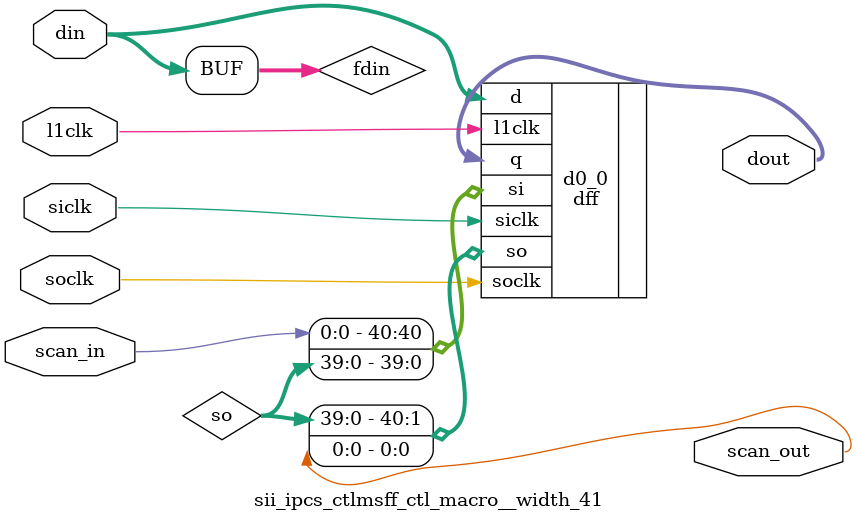
<source format=v>
module	sii_ipcs_ctl (
  ext_sii_hdr_vld, 
  ext_sii_reqbypass, 
  ext_sii_datareq, 
  ext_sii_datareq16, 
  ext_sii_data, 
  ext_sii_be, 
  ext_sii_parity, 
  ext_sii_be_parity, 
  ncu_sii_ctag_uei, 
  ncu_sii_ctag_cei, 
  ncu_sii_a_pei, 
  ncu_sii_d_pei, 
  sii_ext_wrack_tag, 
  sii_ext_wrack_vld, 
  sii_ext_wrack_parity, 
  sii_ext_oqdq, 
  sii_ext_bqdq, 
  ipcc_ipcs_or_go_lv, 
  ipcc_ipcs_by_go_lv, 
  ipcc_ipcs_or_ptr, 
  ipcc_ipcs_by_ptr, 
  ipcc_ipcs_dmu_tag, 
  ipcc_ipcs_dmu_wrack_p, 
  ipcc_ipcs_wrack_lv, 
  ipcs_ipcc_or_dep, 
  ipcs_ipcc_by_dep, 
  ipcs_ipcc_add_or, 
  ipcs_ipcc_add_by, 
  ipdohq_din, 
  ipdbhq_din, 
  ipdodq_din, 
  ipdbdq_din, 
  ipcs_ipdohq_wr_addr, 
  ipcs_ipdohq_wr_en, 
  ipcs_ipdbhq_wr_addr, 
  ipcs_ipdbhq_wr_en, 
  ipcs_ipdodq_wr_addr, 
  ipcs_ipdodq_wr_en, 
  ipcs_ipdbdq_wr_addr, 
  ipcs_ipdbdq_wr_en, 
  dmu_mode, 
  iol2clk, 
  scan_in, 
  scan_out, 
  tcu_scan_en, 
  tcu_dbr_gateoff, 
  tcu_aclk, 
  tcu_bclk, 
  tcu_pce_ov, 
  tcu_clk_stop, 
  sii_mb1_ipdodq_wr_en, 
  sii_mb1_ipdbdq_wr_en, 
  sii_mb1_ipdohq_wr_en, 
  sii_mb1_ipdbhq_wr_en, 
  sii_mb1_run_r, 
  sii_mb1_wr_addr, 
  sii_mb1_wdata);
wire se;
wire siclk;
wire soclk;
wire pce_ov;
wire stop;
wire l1clk;
wire spares_scanin;
wire spares_scanout;
wire cmd_grp_4_unused;
wire [5:0] cmd_grp;
wire gt_wrptr_4_unused;
wire [4:0] gt_wrptr;
wire [71:0] mbist_hdr_data;
wire [159:0] mbist_data_data;
wire dmu_wrack_vld;
wire ipcc_ipcs_or_go;
wire ipcc_ipcs_by_go;
wire add_or;
wire ext_sii_reqbypass_r;
wire [6:0] cstate;
wire l2_io;
wire [2:0] cmd;
wire add_by;
wire [40:0] or_cam15_r;
wire [40:0] or_cam14_r;
wire [40:0] or_cam13_r;
wire [40:0] or_cam12_r;
wire [40:0] or_cam11_r;
wire [40:0] or_cam10_r;
wire [40:0] or_cam9_r;
wire [40:0] or_cam8_r;
wire [40:0] or_cam7_r;
wire [40:0] or_cam6_r;
wire [40:0] or_cam5_r;
wire [40:0] or_cam4_r;
wire [40:0] or_cam3_r;
wire [40:0] or_cam2_r;
wire [40:0] or_cam1_r;
wire [40:0] or_cam0_r;
wire [40:0] by_cam15_r;
wire [40:0] by_cam14_r;
wire [40:0] by_cam13_r;
wire [40:0] by_cam12_r;
wire [40:0] by_cam11_r;
wire [40:0] by_cam10_r;
wire [40:0] by_cam9_r;
wire [40:0] by_cam8_r;
wire [40:0] by_cam7_r;
wire [40:0] by_cam6_r;
wire [40:0] by_cam5_r;
wire [40:0] by_cam4_r;
wire [40:0] by_cam3_r;
wire [40:0] by_cam2_r;
wire [40:0] by_cam1_r;
wire [40:0] by_cam0_r;
wire ext_sii_datai;
wire [4:0] ipdohq_wr_addr_r;
wire [4:0] ipdohq_wr_addr_l;
wire ipcs_ipdohq_wr_en_i;
wire [4:0] ipdbhq_wr_addr_r;
wire [4:0] ipdbhq_wr_addr_l;
wire ipcs_ipdbhq_wr_en_i;
wire [71:0] newhdr;
wire [5:0] ipcs_ipdodq_wr_addr_l;
wire arc_data1_data2;
wire [5:0] ipcs_ipdodq_wr_addr_r;
wire [5:0] ipcs_ipdbdq_wr_addr_l;
wire [5:0] ipcs_ipdbdq_wr_addr_r;
wire ext_sii_datareq16_l;
wire ext_sii_datareq16_r;
wire dmu_sii_reqbypass_l;
wire [127:0] ext_sii_hdr_l;
wire [127:0] ext_sii_hdr_r;
wire [5:0] ctag_ecc;
wire [1:0] addr_parity;
wire cmd_parity;
wire intr;
wire posted;
wire [15:0] id;
wire timeout;
wire unmap;
wire uncor;
wire [37:0] pa;
wire cmd_parity_ori;
wire [4:0] last_or_wr_l;
wire [3:0] ipcc_ipcs_or_raddr;
wire [4:0] last_or_wr_r;
wire w_r;
wire [4:0] last_by_wr_l;
wire [3:0] ipcc_ipcs_by_raddr;
wire [4:0] last_by_wr_r;
wire [33:0] addr;
wire [3:0] ptr;
wire [3:0] dmu_ptr;
wire [3:0] niu_ptr;
wire [3:0] youngest_match;
wire [3:0] youngest_dep;
wire [3:0] dmu_or_ptr;
wire [3:0] dmu_by_ptr;
wire [3:0] dmu_or_ptr_l;
wire [3:0] dmu_by_ptr_l;
wire niu_dep;
wire address_matched;
wire [4:0] last_wrptr;
wire dmu_dep;
wire or_qvalid;
wire by_qvalid;
wire dep;
wire [40:0] cam_l;
wire match0;
wire by_cam0_v;
wire or_cam0_v;
wire match1;
wire by_cam1_v;
wire or_cam1_v;
wire match2;
wire by_cam2_v;
wire or_cam2_v;
wire match3;
wire by_cam3_v;
wire or_cam3_v;
wire match4;
wire by_cam4_v;
wire or_cam4_v;
wire match5;
wire by_cam5_v;
wire or_cam5_v;
wire match6;
wire by_cam6_v;
wire or_cam6_v;
wire match7;
wire by_cam7_v;
wire or_cam7_v;
wire match8;
wire by_cam8_v;
wire or_cam8_v;
wire match9;
wire by_cam9_v;
wire or_cam9_v;
wire match10;
wire by_cam10_v;
wire or_cam10_v;
wire match11;
wire by_cam11_v;
wire or_cam11_v;
wire match12;
wire by_cam12_v;
wire or_cam12_v;
wire match13;
wire by_cam13_v;
wire or_cam13_v;
wire match14;
wire by_cam14_v;
wire or_cam14_v;
wire match15;
wire by_cam15_v;
wire or_cam15_v;
wire by_clr_v0;
wire by_clr_v1;
wire by_clr_v2;
wire by_clr_v3;
wire by_clr_v4;
wire by_clr_v5;
wire by_clr_v6;
wire by_clr_v7;
wire by_clr_v8;
wire by_clr_v9;
wire by_clr_v10;
wire by_clr_v11;
wire by_clr_v12;
wire by_clr_v13;
wire by_clr_v14;
wire by_clr_v15;
wire or_clr_v0;
wire or_clr_v1;
wire or_clr_v2;
wire or_clr_v3;
wire or_clr_v4;
wire or_clr_v5;
wire or_clr_v6;
wire or_clr_v7;
wire or_clr_v8;
wire or_clr_v9;
wire or_clr_v10;
wire or_clr_v11;
wire or_clr_v12;
wire or_clr_v13;
wire or_clr_v14;
wire or_clr_v15;
wire [3:0] wpt;
wire [4:0] lt_wrptr;
wire [6:0] nstate;
wire [6:0] cstate_r;
wire arc_start_hdr;
wire arc_start_hdrpayld;
wire arc_hdr_hdrpayld;
wire arc_hdr_hdr;
wire arc_hdrpayld_data1;
wire arc_data1_hdrpayld;
wire arc_data1_hdr;
wire arc_data2_data3;
wire arc_data3_data4;
wire arc_data4_hdr;
wire arc_data4_hdrpayld;
wire or_clr_d0;
wire or_clr_d1;
wire or_clr_d2;
wire or_clr_d3;
wire or_clr_d4;
wire or_clr_d5;
wire or_clr_d6;
wire or_clr_d7;
wire or_clr_d8;
wire or_clr_d9;
wire or_clr_d10;
wire or_clr_d11;
wire or_clr_d12;
wire or_clr_d13;
wire or_clr_d14;
wire or_clr_d15;
wire by_clr_d0;
wire by_clr_d1;
wire by_clr_d2;
wire by_clr_d3;
wire by_clr_d4;
wire by_clr_d5;
wire by_clr_d6;
wire by_clr_d7;
wire by_clr_d8;
wire by_clr_d9;
wire by_clr_d10;
wire by_clr_d11;
wire by_clr_d12;
wire by_clr_d13;
wire by_clr_d14;
wire by_clr_d15;
wire reg_cstate_scanin;
wire reg_cstate_scanout;
wire reg_last_or_wr_scanin;
wire reg_last_or_wr_scanout;
wire reg_last_by_wr_scanin;
wire reg_last_by_wr_scanout;
wire reg_dmu_or_ptr_scanin;
wire reg_dmu_or_ptr_scanout;
wire reg_dmu_by_ptr_scanin;
wire reg_dmu_by_ptr_scanout;
wire reg_ipdohq_wr_addr_scanin;
wire reg_ipdohq_wr_addr_scanout;
wire reg_ipdbhq_wr_addr_scanin;
wire reg_ipdbhq_wr_addr_scanout;
wire reg_ipdodq_wr_addr_scanin;
wire reg_ipdodq_wr_addr_scanout;
wire reg_ipdbdq_wr_addr_scanin;
wire reg_ipdbdq_wr_addr_scanout;
wire reg_dmu_sii_hdr_scanin;
wire reg_dmu_sii_hdr_scanout;
wire reg_datareq16_scanin;
wire reg_datareq16_scanout;
wire reg_reqbypass_scanin;
wire reg_reqbypass_scanout;
wire reg_add_or_scanin;
wire reg_add_or_scanout;
wire reg_add_by_scanin;
wire reg_add_by_scanout;
wire reg_dmu_wrack_tag_scanin;
wire reg_dmu_wrack_tag_scanout;
wire reg_dmu_wrack_parity_scanin;
wire reg_dmu_wrack_parity_scanout;
wire ipcc_ipcs_wrack_vld;
wire sync2_wrack;
wire reg_ipcc_ipcs_wrack_scanin;
wire reg_ipcc_ipcs_wrack_scanout;
wire sync_ff_wrack1_scanin;
wire sync_ff_wrack1_scanout;
wire sync1_wrack;
wire sync_ff_wrack2_scanin;
wire sync_ff_wrack2_scanout;
wire ipcc_ipcs_or_dq;
wire reg_ipcc_ipcs_or_dq_scanin;
wire reg_ipcc_ipcs_or_dq_scanout;
wire ipcc_ipcs_by_dq;
wire reg_ipcc_ipcs_by_dq_scanin;
wire reg_ipcc_ipcs_by_dq_scanout;
wire sync_ff_or_ptr2_scanin;
wire sync_ff_or_ptr2_scanout;
wire sync_ff_by_ptr1_scanin;
wire sync_ff_by_ptr1_scanout;
wire reg_by_cam0_scanin;
wire reg_by_cam0_scanout;
wire reg_by_cam1_scanin;
wire reg_by_cam1_scanout;
wire reg_by_cam2_scanin;
wire reg_by_cam2_scanout;
wire reg_by_cam3_scanin;
wire reg_by_cam3_scanout;
wire reg_by_cam4_scanin;
wire reg_by_cam4_scanout;
wire reg_by_cam5_scanin;
wire reg_by_cam5_scanout;
wire reg_by_cam6_scanin;
wire reg_by_cam6_scanout;
wire reg_by_cam7_scanin;
wire reg_by_cam7_scanout;
wire reg_by_cam8_scanin;
wire reg_by_cam8_scanout;
wire reg_by_cam9_scanin;
wire reg_by_cam9_scanout;
wire reg_by_cam10_scanin;
wire reg_by_cam10_scanout;
wire reg_by_cam11_scanin;
wire reg_by_cam11_scanout;
wire reg_by_cam12_scanin;
wire reg_by_cam12_scanout;
wire reg_by_cam13_scanin;
wire reg_by_cam13_scanout;
wire reg_by_cam14_scanin;
wire reg_by_cam14_scanout;
wire reg_by_cam15_scanin;
wire reg_by_cam15_scanout;
wire reg_or_cam0_scanin;
wire reg_or_cam0_scanout;
wire reg_or_cam1_scanin;
wire reg_or_cam1_scanout;
wire reg_or_cam2_scanin;
wire reg_or_cam2_scanout;
wire reg_or_cam3_scanin;
wire reg_or_cam3_scanout;
wire reg_or_cam4_scanin;
wire reg_or_cam4_scanout;
wire reg_or_cam5_scanin;
wire reg_or_cam5_scanout;
wire reg_or_cam6_scanin;
wire reg_or_cam6_scanout;
wire reg_or_cam7_scanin;
wire reg_or_cam7_scanout;
wire reg_or_cam8_scanin;
wire reg_or_cam8_scanout;
wire reg_or_cam9_scanin;
wire reg_or_cam9_scanout;
wire reg_or_cam10_scanin;
wire reg_or_cam10_scanout;
wire reg_or_cam11_scanin;
wire reg_or_cam11_scanout;
wire reg_or_cam12_scanin;
wire reg_or_cam12_scanout;
wire reg_or_cam13_scanin;
wire reg_or_cam13_scanout;
wire reg_or_cam14_scanin;
wire reg_or_cam14_scanout;
wire reg_or_cam15_scanin;
wire reg_or_cam15_scanout;


//----- b/w DMU or NIU to SIU --------
input 		ext_sii_hdr_vld;	
input 		ext_sii_reqbypass;	
input 		ext_sii_datareq;	
input 		ext_sii_datareq16;	
input  	[127:0]	ext_sii_data;	
input 	[15:0]	ext_sii_be;	
input 	[7:0]	ext_sii_parity;	
input 		ext_sii_be_parity;	

input		ncu_sii_ctag_uei;	// niu ctag uncorrectable error injection 
input		ncu_sii_ctag_cei;	// niu ctag correctable error injection
input		ncu_sii_a_pei;	// niu address prarity error injection
input		ncu_sii_d_pei;	// niu data parity error injection
 
output  [3:0]	sii_ext_wrack_tag;
output  	sii_ext_wrack_vld;
output  	sii_ext_wrack_parity;
output  	sii_ext_oqdq;		// dequeue signal for external device to keep track of credit 
output  	sii_ext_bqdq;

//------ b/w ipcc and ipcs-------/
input		ipcc_ipcs_or_go_lv;
input		ipcc_ipcs_by_go_lv;	// act as valid for the read address pointer	
input 	[3:0]	ipcc_ipcs_or_ptr; 	//ordered header queue read address pointer 
input 	[3:0]	ipcc_ipcs_by_ptr;
input 	[3:0]	ipcc_ipcs_dmu_tag;	// for dmu to keep track of credit
input 		ipcc_ipcs_dmu_wrack_p;	// for dmu to keep track of credit
input 		ipcc_ipcs_wrack_lv;	// for dmu to keep track of credit
output 	[15:0]	ipcs_ipcc_or_dep;	// tell the corresponding dependcy is removed
output 	[15:0]	ipcs_ipcc_by_dep;
output		ipcs_ipcc_add_or;
output		ipcs_ipcc_add_by;
		
//------going to register file ildq-------
output  [71:0]  ipdohq_din;		// write data going to the ordered queue
output  [71:0]  ipdbhq_din;		// write data going to the bypass queue
output  [159:0] ipdodq_din;		// write data 128 pay load + 16 bit be 
output  [159:0] ipdbdq_din;		// write data 128 pay load + 16 bit be

// header queues control signals
output  [3:0]   ipcs_ipdohq_wr_addr;   //dmu ordered data queue write address 
output     	ipcs_ipdohq_wr_en;   	//dmu ordered data queue write enable 
output  [3:0]   ipcs_ipdbhq_wr_addr;   //dmu ordered data queue write address 
output    	ipcs_ipdbhq_wr_en;   	//dmu ordered data queue write enable 

// data queues control signals
output  [5:0]   ipcs_ipdodq_wr_addr;   //dmu ordered data queue write address 
output     	ipcs_ipdodq_wr_en;   	//dmu ordered data queue write enable 
output  [5:0]   ipcs_ipdbdq_wr_addr;   //dmu ordered data queue write address 
output    	ipcs_ipdbdq_wr_en;   	//dmu ordered data queue write enable 

input	dmu_mode;			// dmu_mode = 1, all dma rd/wr and  interrupt go to order queue
					// and only PIO read return go to bypass queue
input	iol2clk;
input	scan_in ;
output	scan_out;
input   tcu_scan_en;
input	tcu_dbr_gateoff;
input   tcu_aclk;
input   tcu_bclk;
input   tcu_pce_ov;
input   tcu_clk_stop;

//------ mbist related control signals -----
input         	sii_mb1_ipdodq_wr_en;
input         	sii_mb1_ipdbdq_wr_en;
input         	sii_mb1_ipdohq_wr_en;
input         	sii_mb1_ipdbhq_wr_en;
input		sii_mb1_run_r;
input [5:0]   	sii_mb1_wr_addr;
input [7:0]     sii_mb1_wdata;


assign 	 se = tcu_scan_en;
assign 	 siclk = tcu_aclk;
assign 	 soclk = tcu_bclk;
assign 	 pce_ov = tcu_pce_ov;
assign 	 stop = tcu_clk_stop;

reg 	[6:0]	nstate_r;

reg 	[40:0]	or_cam0_l;	
reg 	[40:0]	or_cam1_l;	
reg 	[40:0]	or_cam2_l;	
reg 	[40:0]	or_cam3_l;	
reg 	[40:0]	or_cam4_l;	
reg 	[40:0]	or_cam5_l;	
reg 	[40:0]	or_cam6_l;	
reg 	[40:0]	or_cam7_l;	
reg 	[40:0]	or_cam8_l;	
reg 	[40:0]	or_cam9_l;	
reg 	[40:0]	or_cam10_l;	
reg 	[40:0]	or_cam11_l;	
reg 	[40:0]	or_cam12_l;	
reg 	[40:0]	or_cam13_l;	
reg 	[40:0]	or_cam14_l;	
reg 	[40:0]	or_cam15_l;	

reg 	[40:0]	by_cam0_l;	
reg 	[40:0]	by_cam1_l;	
reg 	[40:0]	by_cam2_l;	
reg 	[40:0]	by_cam3_l;	
reg 	[40:0]	by_cam4_l;	
reg 	[40:0]	by_cam5_l;	
reg 	[40:0]	by_cam6_l;	
reg 	[40:0]	by_cam7_l;	
reg 	[40:0]	by_cam8_l;	
reg 	[40:0]	by_cam9_l;	
reg 	[40:0]	by_cam10_l;	
reg 	[40:0]	by_cam11_l;	
reg 	[40:0]	by_cam12_l;	
reg 	[40:0]	by_cam13_l;	
reg 	[40:0]	by_cam14_l;	
reg 	[40:0]	by_cam15_l;	

//************************************************************************
// CLOCK HEADER 
//************************************************************************
sii_ipcs_ctll1clkhdr_ctl_macro clkgen (
                              .l2clk  (iol2clk                  ),
                              .l1en   (1'b1                   ),
                              .l1clk  (l1clk                ),
  .pce_ov(pce_ov),
  .stop(stop),
  .se(se)
                              );

//Spare gates
sii_ipcs_ctlspare_ctl_macro__num_20 spares  (
	.scan_in(spares_scanin),
	.scan_out(spares_scanout),
	.l1clk	(l1clk),
  .siclk(siclk),
  .soclk(soclk)
);

//************************************************************************
// UNUSED CONNECTIONS 
//************************************************************************
assign 		cmd_grp_4_unused = cmd_grp[4];
assign 		gt_wrptr_4_unused = gt_wrptr[4];
   
//************************************************************************
// STATE DEFINITION 
//************************************************************************

`define		START_ST		7'b0000001
`define		HDR_ST			7'b0000010
`define		HDR_PAYLD_ST		7'b0000100
`define		DATA1_ST		7'b0001000
`define		DATA2_ST		7'b0010000
`define		DATA3_ST		7'b0100000
`define		DATA4_ST		7'b1000000

`define		START		 	0
`define		HDR		 	1
`define		HDR_PAYLD	 	2
`define		DATA1		 	3
`define		DATA2		 	4
`define		DATA3		 	5
`define		DATA4		 	6

//************************************************************************
//				MBIST SECTIONS
//************************************************************************

assign  mbist_hdr_data[71:0]	= {sii_mb1_wdata[7:0], sii_mb1_wdata[7:0], sii_mb1_wdata[7:0],
				   sii_mb1_wdata[7:0], sii_mb1_wdata[7:0], sii_mb1_wdata[7:0],	
				   sii_mb1_wdata[7:0], sii_mb1_wdata[7:0], sii_mb1_wdata[7:0]};

assign  mbist_data_data[159:0]	= {mbist_hdr_data[15:0], mbist_hdr_data[71:0], mbist_hdr_data[71:0]}; 

//************************************************************************
//				OUTPUT LOGICS 
//************************************************************************
assign	sii_ext_wrack_vld	= dmu_wrack_vld & ~tcu_dbr_gateoff;
// Flopped to synchronize to IO domain
//assign	sii_ext_wrack_tag[3:0] = ipcc_ipcs_dmu_tag[3:0];
//assign	sii_ext_wrack_parity	= ipcc_ipcs_dmu_wrack_p;
assign  sii_ext_oqdq		= ipcc_ipcs_or_go & ~tcu_dbr_gateoff;
assign  sii_ext_bqdq		= ipcc_ipcs_by_go & ~tcu_dbr_gateoff;

assign  add_or			= ~ext_sii_reqbypass_r && ((cstate[`HDR] && l2_io && cmd[0])|| //dma_rd
				   (cstate[`DATA1] && ~l2_io) || //PIO, interrupt
					(cstate[`DATA4] ) ) ;	//dma_wr
assign  add_by			= ext_sii_reqbypass_r && ((cstate[`HDR] && l2_io && cmd[0])|| 
				   (cstate[`DATA1] && ~l2_io) || 
					(cstate[`DATA4] ) ) ;
assign  ipcs_ipcc_or_dep[15:0]	= {or_cam15_r[1], or_cam14_r[1], or_cam13_r[1], or_cam12_r[1],
				   or_cam11_r[1], or_cam10_r[1], or_cam9_r[1], or_cam8_r[1],      
				   or_cam7_r[1], or_cam6_r[1], or_cam5_r[1], or_cam4_r[1],      
				   or_cam3_r[1], or_cam2_r[1], or_cam1_r[1], or_cam0_r[1]};      

assign  ipcs_ipcc_by_dep[15:0]	= {by_cam15_r[1], by_cam14_r[1], by_cam13_r[1], by_cam12_r[1],
				   by_cam11_r[1], by_cam10_r[1], by_cam9_r[1], by_cam8_r[1],      
				   by_cam7_r[1], by_cam6_r[1], by_cam5_r[1], by_cam4_r[1],      
				   by_cam3_r[1], by_cam2_r[1], by_cam1_r[1], by_cam0_r[1]};      

//assign  ipdodq_din[159:0]	= {8'h00,ext_sii_data[127:0],ext_sii_be[15:0],new_parity[7:0]};       
//assign  ipdbdq_din[159:0]	= {8'h00,ext_sii_data[127:0],ext_sii_be[15:0],new_parity[7:0]};       

assign  ipdodq_din[159:0]	= sii_mb1_run_r ? mbist_data_data[159:0] :
				  {7'h00,ext_sii_be_parity, ext_sii_parity[7:0],ext_sii_be[15:0],
					ext_sii_data[127:1], ext_sii_datai };       
assign  ipdbdq_din[159:0]	= sii_mb1_run_r ? mbist_data_data[159:0] : 
				  {7'h00, ext_sii_be_parity, ext_sii_parity[7:0],ext_sii_be[15:0],
					ext_sii_data[127:1], ext_sii_datai };

assign  ext_sii_datai           = ncu_sii_d_pei ^ ext_sii_data[0];

//----- header queue signals ------------------
assign  ipcs_ipdohq_wr_addr [3:0] = sii_mb1_run_r ? sii_mb1_wr_addr[3:0] :ipdohq_wr_addr_r[3:0];
assign  ipdohq_wr_addr_l[4:0] =  (cstate[`HDR] || cstate[`HDR_PAYLD]) && ~ext_sii_reqbypass_r ?
					(ipdohq_wr_addr_r[4:0] + 5'b00001) :
					ipdohq_wr_addr_r[4:0];   
assign  ipcs_ipdohq_wr_en	= sii_mb1_run_r? sii_mb1_ipdohq_wr_en : ipcs_ipdohq_wr_en_i;
assign  ipcs_ipdohq_wr_en_i	= (cstate[`HDR] || cstate[`HDR_PAYLD]) && ~ext_sii_reqbypass_r;      

assign  ipcs_ipdbhq_wr_addr[3:0] =  sii_mb1_run_r? sii_mb1_wr_addr[3:0] :ipdbhq_wr_addr_r[3:0];
assign  ipdbhq_wr_addr_l[4:0] = (cstate[`HDR] || cstate[`HDR_PAYLD]) && ext_sii_reqbypass_r ?
                                        (ipdbhq_wr_addr_r[4:0] + 5'b00001) :
                                         ipdbhq_wr_addr_r[4:0];
assign  ipcs_ipdbhq_wr_en       = sii_mb1_run_r ? sii_mb1_ipdbhq_wr_en : ipcs_ipdbhq_wr_en_i; 
assign  ipcs_ipdbhq_wr_en_i     = (cstate[`HDR] || cstate[`HDR_PAYLD]) && ext_sii_reqbypass_r;

assign  ipdohq_din[71:0]	= sii_mb1_run_r ? mbist_hdr_data[71:0] : newhdr[71:0];            
assign  ipdbhq_din[71:0]	= sii_mb1_run_r ? mbist_hdr_data[71:0] : newhdr[71:0];            

//----- data queues control signals -----------
assign  ipcs_ipdodq_wr_addr_l[5:0] =  ~ext_sii_reqbypass_r && ((cstate[`HDR_PAYLD] || 
					(cstate[`DATA1] && arc_data1_data2 ) || cstate[`DATA2] 
				       || cstate[`DATA3])) ? (ipcs_ipdodq_wr_addr_r[5:0] + 6'b000001)
				     : ipcs_ipdodq_wr_addr_r[5:0];   
assign  ipcs_ipdodq_wr_addr[5:0] = 	sii_mb1_run_r ? sii_mb1_wr_addr[5:0] : ipcs_ipdodq_wr_addr_r[5:0];
assign  ipcs_ipdodq_wr_en 	= 	sii_mb1_run_r ? sii_mb1_ipdodq_wr_en :
					(~ext_sii_reqbypass_r && (cstate[`HDR_PAYLD] ||
					(cstate[`DATA1] && arc_data1_data2) || cstate[`DATA2] 
					|| cstate[`DATA3]));    

assign  ipcs_ipdbdq_wr_addr_l[5:0] =   ext_sii_reqbypass_r && ((cstate[`HDR_PAYLD] || 
                                        (cstate[`DATA1] && arc_data1_data2 ) || cstate[`DATA2] 
                                       || cstate[`DATA3])) ? (ipcs_ipdbdq_wr_addr_r[5:0] + 6'b000001)
                                     : ipcs_ipdbdq_wr_addr_r[5:0];

assign  ipcs_ipdbdq_wr_addr[5:0] = 	sii_mb1_run_r ? sii_mb1_wr_addr[5:0] : ipcs_ipdbdq_wr_addr_r[5:0];
assign  ipcs_ipdbdq_wr_en	= 	sii_mb1_run_r ? sii_mb1_ipdbdq_wr_en : 
					(ext_sii_reqbypass_r && (cstate[`HDR_PAYLD] ||
                                        (cstate[`DATA1] &&  arc_data1_data2 ) || cstate[`DATA2] 
					|| cstate[`DATA3]));      

//************************************************************************
//	internal wires assignment	
//************************************************************************
assign	ext_sii_datareq16_l = ext_sii_hdr_vld ?  ext_sii_datareq16 : ext_sii_datareq16_r;
assign	dmu_sii_reqbypass_l = (ext_sii_hdr_vld) ? ext_sii_reqbypass :
				ext_sii_reqbypass_r;
assign	ext_sii_hdr_l[127:0] = (ext_sii_hdr_vld) ? ext_sii_data[127:0] :
				ext_sii_hdr_r[127:0];
assign	newhdr[71:0] = {ctag_ecc[5:0], addr_parity[1:0], cmd_parity,  intr, cmd[2:0], l2_io, posted, id[15:0], timeout,
			unmap, uncor, pa[37:0]}; 		

assign  cmd[2:0] = ((cmd_grp[3] == 1'b1) && (cmd_grp[1:0]== 2'b10)) ? 3'b001 :
		  (~cmd_grp[5] && (cmd_grp[3:0] == 4'b0010)) ? 3'b100 : 3'b010;
assign  l2_io 	= ext_sii_hdr_r[123];
assign  posted 	= ext_sii_hdr_r[126];
assign  intr 	= (ext_sii_hdr_r[127:122] == 6'b000001) ? 1'b1 : 1'b0;
assign  timeout	= ext_sii_hdr_r[82];
assign  unmap	= ext_sii_hdr_r[81];
assign  uncor	= ext_sii_hdr_r[80]; 
assign  id[15:0] =  ncu_sii_ctag_uei ? {ext_sii_hdr_r[79:66], ~ext_sii_hdr_r[65], ~ext_sii_hdr_r[64]} : 
		    ncu_sii_ctag_cei ?  {ext_sii_hdr_r[79:65], ~ext_sii_hdr_r[64]} :ext_sii_hdr_r[79:64];
assign  pa[37:0] = { ext_sii_hdr_r[39:10], ncu_sii_a_pei ^ ext_sii_hdr_r[9], ext_sii_hdr_r[8:2]} ; 
assign  cmd_grp[5:0] = {ext_sii_hdr_r[127:122]};
assign  ctag_ecc[5:0] = ext_sii_hdr_r[61:56];
assign  addr_parity[1:0] = ext_sii_hdr_r[84:83];

assign  cmd_parity_ori =   ^ cmd_grp[5:0] ^ ext_sii_hdr_r[62];

assign  cmd_parity =  cmd[2] ^ cmd[1] ^ cmd[0] ^ intr ^ l2_io ^ cmd_parity_ori ;

//------------------------------------------------------------------------
//	Duplicate Address registers and tag depedency
//------------------------------------------------------------------------
// Set the last write pointer in both queues , the msb bit[4] is valid it
// Whenever ipcc dequeue a write transaction , if the address matched last_write ptr,
// the last write pointer will be invalidate, meaning there is no more write
// transactons in the queue.

assign  last_or_wr_l[4]	= ipcc_ipcs_or_go && 
			  (ipcc_ipcs_or_raddr[3:0] == last_or_wr_r[3:0]) ? 1'b0 :
			  last_or_wr_r[4] ; 
assign  last_or_wr_l[3:0] = (ipcs_ipdohq_wr_en_i && w_r) ? ipdohq_wr_addr_r[3:0] : 
				last_or_wr_r[3:0];  

assign  last_by_wr_l[4]	= ipcc_ipcs_by_go && 
			  (ipcc_ipcs_by_raddr[3:0] == last_by_wr_r[3:0]) ? 1'b0 :
			  last_by_wr_r[4] ; 
assign  last_by_wr_l[3:0] = (ipcs_ipdbhq_wr_en_i && w_r) ? ipdbhq_wr_addr_r[3:0] : 
				last_by_wr_r[3:0];  

//------------------------------------------------------------------------
// 	ADDIDNG ENTRY INTO THE DUPLICATE ADDRESS REGISTER
//------------------------------------------------------------------------
// In DMU mode, all the transaction are in strict order regardless of order
// or bypass queue, so the dependency pointer is always pointing to the 
// youngest transaction in the other queue.
//
// cam_l[40:7]	= 34-bit physical address
// cam_l[6:3]	= pointer to the dependency transaction in the other queue
// cam_l[2]	= 1 write, 0 read
// cam_l[1]	= 1 depend on dequeue of transaction in the other queue, 0 free to go
// cam_l[0]	= valid bit.  1= valid, 0=not valid

assign  addr[33:0]	= ext_sii_hdr_r[39:6];	//cache line address
assign 	ptr[3:0]	= dmu_mode ? dmu_ptr[3:0] : niu_ptr[3:0];
assign  niu_ptr[3:0]	= ext_sii_reqbypass_r ? youngest_match[3:0] : youngest_dep[3:0]; 
assign  dmu_ptr[3:0]	= ext_sii_reqbypass_r ?   dmu_or_ptr[3:0] 
						: dmu_by_ptr[3:0];
assign  dmu_or_ptr_l[3:0] = ipcs_ipdohq_wr_en_i ? ipdohq_wr_addr_r[3:0]  
					    : dmu_or_ptr[3:0];
assign  dmu_by_ptr_l[3:0] = ipcs_ipdbhq_wr_en_i ? ipdbhq_wr_addr_r[3:0]  
					    : dmu_by_ptr[3:0];
assign  w_r		= cmd[1] || cmd[2] ;	
assign	niu_dep		= address_matched ? 1'b1 : ext_sii_reqbypass_r ? 1'b0 :
			  last_wrptr[4] ;		//dependency bit

assign  dmu_dep		= ext_sii_reqbypass_r ? or_qvalid : by_qvalid;  
//assign  dmu_dep		= (dmu_ptr[3:0] ==4'b0) ? head_q_v : 1'b1;		  
//assign	head_q_v	= ext_sii_reqbypass_r ? or_cam0_v : by_cam0_v; 
assign  dep		= dmu_mode ? dmu_dep : niu_dep;
assign	cam_l[40:0] 	= {addr[33:0], ptr[3:0], w_r, dep, 1'b1};
			   
//--------------------------------------------------------------------------------------
//				Address comparison logic
//--------------------------------------------------------------------------------------
// 	find the entry with cacheline match and is valid (not yet dequeue)
assign	match0	= (~ext_sii_reqbypass_r ? ((addr[33:0] == by_cam0_r[40:7]) ? by_cam0_v 
		  : 1'b0) : ((addr[33:0] == or_cam0_r[40:7]) ? or_cam0_v : 1'b0)) ; 
assign	match1	= (~ext_sii_reqbypass_r ? ((addr[33:0] == by_cam1_r[40:7]) ? by_cam1_v 
		  : 1'b0) : ((addr[33:0] == or_cam1_r[40:7]) ? or_cam1_v : 1'b0))  ; 
assign	match2	= (~ext_sii_reqbypass_r ? ((addr[33:0] == by_cam2_r[40:7]) ? by_cam2_v 
		  : 1'b0) : ((addr[33:0] == or_cam2_r[40:7]) ? or_cam2_v : 1'b0))  ; 
assign	match3	= (~ext_sii_reqbypass_r ? ((addr[33:0] == by_cam3_r[40:7]) ? by_cam3_v 
		  : 1'b0) : ((addr[33:0] == or_cam3_r[40:7]) ? or_cam3_v : 1'b0))  ; 
assign	match4	= (~ext_sii_reqbypass_r ? ((addr[33:0] == by_cam4_r[40:7]) ? by_cam4_v  
		  : 1'b0) : ((addr[33:0] == or_cam4_r[40:7]) ? or_cam4_v : 1'b0))  ; 
assign	match5	= (~ext_sii_reqbypass_r ? ((addr[33:0] == by_cam5_r[40:7]) ? by_cam5_v 
		  : 1'b0) : ((addr[33:0] == or_cam5_r[40:7]) ? or_cam5_v : 1'b0))  ; 
assign	match6	= (~ext_sii_reqbypass_r ? ((addr[33:0] == by_cam6_r[40:7]) ? by_cam6_v 
		  : 1'b0) : ((addr[33:0] == or_cam6_r[40:7]) ? or_cam6_v : 1'b0))  ; 
assign	match7	= (~ext_sii_reqbypass_r ? ((addr[33:0] == by_cam7_r[40:7]) ? by_cam7_v 
		  : 1'b0) : ((addr[33:0] == or_cam7_r[40:7]) ? or_cam7_v : 1'b0))  ; 
assign	match8	= (~ext_sii_reqbypass_r ? ((addr[33:0] == by_cam8_r[40:7]) ? by_cam8_v 
		  : 1'b0) : ((addr[33:0] == or_cam8_r[40:7]) ? or_cam8_v : 1'b0))  ; 
assign	match9	= (~ext_sii_reqbypass_r ? ((addr[33:0] == by_cam9_r[40:7]) ? by_cam9_v 
		  : 1'b0) : ((addr[33:0] == or_cam9_r[40:7]) ? or_cam9_v : 1'b0))  ; 
assign	match10	= (~ext_sii_reqbypass_r ? ((addr[33:0] == by_cam10_r[40:7]) ? by_cam10_v 
		  : 1'b0) : ((addr[33:0] == or_cam10_r[40:7]) ? or_cam10_v : 1'b0))  ; 
assign	match11	= (~ext_sii_reqbypass_r ? ((addr[33:0] == by_cam11_r[40:7]) ? by_cam11_v 
		  : 1'b0) : ((addr[33:0] == or_cam11_r[40:7]) ? or_cam11_v : 1'b0)) ; 
assign	match12	= (~ext_sii_reqbypass_r ? ((addr[33:0] == by_cam12_r[40:7]) ? by_cam12_v 
		  : 1'b0) : ((addr[33:0] == or_cam12_r[40:7]) ? or_cam12_v : 1'b0))  ; 
assign	match13	= (~ext_sii_reqbypass_r ? ((addr[33:0] == by_cam13_r[40:7]) ? by_cam13_v 
		  : 1'b0) : ((addr[33:0] == or_cam13_r[40:7]) ? or_cam13_v : 1'b0))  ; 
assign	match14	= (~ext_sii_reqbypass_r ? ((addr[33:0] == by_cam14_r[40:7]) ? by_cam14_v 
		  : 1'b0) : ((addr[33:0] == or_cam14_r[40:7]) ? or_cam14_v : 1'b0))  ; 
assign	match15	= (~ext_sii_reqbypass_r ? ((addr[33:0] == by_cam15_r[40:7]) ? by_cam15_v 
		  : 1'b0) : ((addr[33:0] == or_cam15_r[40:7]) ? or_cam15_v : 1'b0))  ; 

// validate the bypass queue cam entery

assign  by_cam0_v = by_cam0_r[0] && ~by_clr_v0;
assign  by_cam1_v = by_cam1_r[0] && ~by_clr_v1;
assign  by_cam2_v = by_cam2_r[0] && ~by_clr_v2;
assign  by_cam3_v = by_cam3_r[0] && ~by_clr_v3;
assign  by_cam4_v = by_cam4_r[0] && ~by_clr_v4;
assign  by_cam5_v = by_cam5_r[0] && ~by_clr_v5;
assign  by_cam6_v = by_cam6_r[0] && ~by_clr_v6;
assign  by_cam7_v = by_cam7_r[0] && ~by_clr_v7;
assign  by_cam8_v = by_cam8_r[0] && ~by_clr_v8;
assign  by_cam9_v = by_cam9_r[0] && ~by_clr_v9;
assign  by_cam10_v = by_cam10_r[0] && ~by_clr_v10;
assign  by_cam11_v = by_cam11_r[0] && ~by_clr_v11;
assign  by_cam12_v = by_cam12_r[0] && ~by_clr_v12;
assign  by_cam13_v = by_cam13_r[0] && ~by_clr_v13;
assign  by_cam14_v = by_cam14_r[0] && ~by_clr_v14;
assign  by_cam15_v = by_cam15_r[0] && ~by_clr_v15;

// find out if there is valid entry in the order queue
assign or_qvalid = or_cam0_v || or_cam1_v || or_cam2_v || or_cam3_v
		|| or_cam4_v || or_cam5_v || or_cam6_v || or_cam7_v
		|| or_cam8_v || or_cam9_v || or_cam10_v || or_cam11_v
		|| or_cam12_v || or_cam13_v || or_cam14_v || or_cam15_v;

// find out if there is valid entry in the bypass queue
assign by_qvalid = by_cam0_v || by_cam1_v || by_cam2_v || by_cam3_v
		|| by_cam4_v || by_cam5_v || by_cam6_v || by_cam7_v
		|| by_cam8_v || by_cam9_v || by_cam10_v || by_cam11_v
		|| by_cam12_v || by_cam13_v || by_cam14_v || by_cam15_v;

// validate order queue cam entry
assign  or_cam0_v = or_cam0_r[0] && ~or_clr_v0;
assign  or_cam1_v = or_cam1_r[0] && ~or_clr_v1;
assign  or_cam2_v = or_cam2_r[0] && ~or_clr_v2;
assign  or_cam3_v = or_cam3_r[0] && ~or_clr_v3;
assign  or_cam4_v = or_cam4_r[0] && ~or_clr_v4;
assign  or_cam5_v = or_cam5_r[0] && ~or_clr_v5;
assign  or_cam6_v = or_cam6_r[0] && ~or_clr_v6;
assign  or_cam7_v = or_cam7_r[0] && ~or_clr_v7;
assign  or_cam8_v = or_cam8_r[0] && ~or_clr_v8;
assign  or_cam9_v = or_cam9_r[0] && ~or_clr_v9;
assign  or_cam10_v = or_cam10_r[0] && ~or_clr_v10;
assign  or_cam11_v = or_cam11_r[0] && ~or_clr_v11;
assign  or_cam12_v = or_cam12_r[0] && ~or_clr_v12;
assign  or_cam13_v = or_cam13_r[0] && ~or_clr_v13;
assign  or_cam14_v = or_cam14_r[0] && ~or_clr_v14;
assign  or_cam15_v = or_cam15_r[0] && ~or_clr_v15;

// find the youngest dependcy pointer from the other queue
assign last_wrptr[4:0] 	= ext_sii_reqbypass_r ? last_or_wr_r[4:0] : last_by_wr_r[4:0];

assign wpt[3:0]		= ext_sii_reqbypass_r ? ipdohq_wr_addr_r[3:0] 
			  : ipdbhq_wr_addr_r[3:0];    //cur wr pointer of other queue
assign youngest_dep[3:0] = ~last_wrptr[4] ? youngest_match[3:0] :
		  	   (wpt[3:0] == youngest_match[3:0]) ? youngest_match[3:0] :
			   (wpt[3:0] == last_wrptr[3:0]) ? last_wrptr[3:0] :
			   ((wpt[3:0] > last_wrptr[3:0]) && (wpt[3:0] < youngest_match[3:0])) 
			     ? last_wrptr[3:0] :
			   ((wpt[3:0] < last_wrptr[3:0]) && (wpt[3:0] > youngest_match[3:0]))	
			     ? youngest_match[3:0] :
			   ( youngest_match[3:0]> last_wrptr[3:0]) ? youngest_match[3:0] :
				last_wrptr[3:0];

// find if there is at least one cacheline address match
assign  address_matched = match0 || match1 || match2 || match3 || match4 ||
 			  match5 || match6 || match7 || match8 || match9 ||
 			  match10 || match11 || match12 || match13 || match14 || match15;

// find the youngest matched address pointer from the right queue
assign youngest_match[3:0] = (lt_wrptr[4]) ? lt_wrptr[3:0] : gt_wrptr[3:0]; 

assign  gt_wrptr[4:0] = (match15 && (wpt[3:0] < 4'b1111)) ? 5'b11111 : 
			(match14 && (wpt[3:0] < 4'b1110)) ? 5'b11110 :
			(match13 && (wpt[3:0] < 4'b1101)) ? 5'b11101 :
			(match12 && (wpt[3:0] < 4'b1100)) ? 5'b11100 :
			(match11 && (wpt[3:0] < 4'b1011)) ? 5'b11011 :
			(match10 && (wpt[3:0] < 4'b1010)) ? 5'b11010 :
			(match9 && (wpt[3:0] < 4'b1001)) ? 5'b11001 :
			(match8 && (wpt[3:0] < 4'b1000)) ? 5'b11000 :
			(match7 && (wpt[3:0] < 4'b0111)) ? 5'b10111 :
			(match6 && (wpt[3:0] < 4'b0110)) ? 5'b10110 :
			(match5 && (wpt[3:0] < 4'b0101)) ? 5'b10101 :
			(match4 && (wpt[3:0] < 4'b0100)) ? 5'b10100 :
			(match3 && (wpt[3:0] < 4'b0011)) ? 5'b10011 :
			(match2 && (wpt[3:0] < 4'b0010)) ? 5'b10010 :
			(match1 && (wpt[3:0] < 4'b0001)) ? 5'b10001 :
			(match0 && (wpt[3:0] == 4'b0000)) ? 5'b10000 : 5'b00000; 


assign  lt_wrptr[4:0] = (match15 && (wpt[3:0] == 4'b1111)) ? 5'b11111 : 
			(match14 && (wpt[3:0] > 4'b1110)) ? 5'b11110 :
			(match13 && (wpt[3:0] > 4'b1101)) ? 5'b11101 :
			(match12 && (wpt[3:0] > 4'b1100)) ? 5'b11100 :
			(match11 && (wpt[3:0] > 4'b1011)) ? 5'b11011 :
			(match10 && (wpt[3:0] > 4'b1010)) ? 5'b11010 :
			(match9 && (wpt[3:0] > 4'b1001)) ? 5'b11001 :
			(match8 && (wpt[3:0] > 4'b1000)) ? 5'b11000 :
			(match7 && (wpt[3:0] > 4'b0111)) ? 5'b10111 :
			(match6 && (wpt[3:0] > 4'b0110)) ? 5'b10110 :
			(match5 && (wpt[3:0] > 4'b0101)) ? 5'b10101 :
			(match4 && (wpt[3:0] > 4'b0100)) ? 5'b10100 :
			(match3 && (wpt[3:0] > 4'b0011)) ? 5'b10011 :
			(match2 && (wpt[3:0] > 4'b0010)) ? 5'b10010 :
			(match1 && (wpt[3:0] > 4'b0001)) ? 5'b10001 :
			(match0 && (wpt[3:0] > 4'b0000)) ? 5'b10000 : 5'b00000; 

//************************************************************************
// 			STATE TRANSITION SECTION
//************************************************************************
//0in one_hot -var cstate[6:0]
//0in one_hot -var nstate_r[6:0]

assign	nstate[6:0] = {nstate_r[6:1], ~nstate_r[0]};
assign	cstate[6:0] = {cstate_r[6:1], ~cstate_r[0]};
assign	arc_start_hdr		= cstate[`START] && ext_sii_hdr_vld && ~ext_sii_datareq;
assign	arc_start_hdrpayld	= cstate[`START] && ext_sii_hdr_vld && ext_sii_datareq; 
assign	arc_hdr_hdrpayld	= cstate[`HDR] && ext_sii_hdr_vld && ext_sii_datareq;
assign	arc_hdr_hdr		= cstate[`HDR] && ext_sii_hdr_vld && ~ext_sii_datareq;
assign	arc_hdrpayld_data1	= cstate[`HDR_PAYLD] ;
assign	arc_data1_hdrpayld	= cstate[`DATA1] && 
					ext_sii_hdr_vld && ext_sii_datareq;
assign	arc_data1_hdr		= cstate[`DATA1] && 
					ext_sii_hdr_vld && ~ext_sii_datareq;
assign	arc_data1_data2		= cstate[`DATA1] && ~ext_sii_datareq16_r; //record the current transaction
//assign	arc_data1_data2		= cstate[`DATA1]; 
assign	arc_data2_data3		= cstate[`DATA2];
assign	arc_data3_data4		= cstate[`DATA3];
assign	arc_data4_hdr		= cstate[`DATA4] && ext_sii_hdr_vld && ~ext_sii_datareq;
assign	arc_data4_hdrpayld	= cstate[`DATA4] && ext_sii_hdr_vld && ext_sii_datareq;

always @ (arc_start_hdr   or 	arc_start_hdrpayld 	or arc_hdr_hdrpayld 	or 
	  arc_hdr_hdr 	  or 	arc_hdrpayld_data1 	or arc_data1_hdrpayld 	or 
	  arc_data1_hdr   or 	arc_data1_data2		or arc_data2_data3	or
	  arc_data3_data4 or 	arc_data4_hdr		or arc_data4_hdrpayld	or
	  cstate)

	begin
	case (1'b1)			//synopsys parallel_case full_case
		cstate[`START]	: if (arc_start_hdr)
					nstate_r = `HDR_ST;
				  else if (arc_start_hdrpayld)
					nstate_r = `HDR_PAYLD_ST;
				  else
					nstate_r = `START_ST;
		cstate[`HDR]	: if (arc_hdr_hdrpayld)
					nstate_r = `HDR_PAYLD_ST;		
				  else if (arc_hdr_hdr)
					nstate_r = `HDR_ST;
				  else
					nstate_r = `START_ST;
		cstate[`HDR_PAYLD] : if (arc_hdrpayld_data1) 
					nstate_r = `DATA1_ST;		
				  else
					nstate_r = `START_ST;
		cstate[`DATA1]	: if (arc_data1_data2)
					nstate_r = `DATA2_ST;		
				  else if (arc_data1_hdr)
					nstate_r = `HDR_ST;
				  else if (arc_data1_hdrpayld)
					nstate_r = `HDR_PAYLD_ST;
				  else
					nstate_r = `START_ST;
		cstate[`DATA2]	: if (arc_data2_data3)
					nstate_r = `DATA3_ST;		
				  else
					nstate_r = `START_ST;
		cstate[`DATA3]	: if (arc_data3_data4)
					nstate_r = `DATA4_ST;		
				  else
					nstate_r = `START_ST;
		cstate[`DATA4]	: if (arc_data4_hdr)
					nstate_r = `HDR_ST;		
				  else if (arc_data4_hdrpayld)
					nstate_r = `HDR_PAYLD_ST;
				  else	
					nstate_r = `START_ST;
		default		: begin
				  // 0in < fire -message "ERROR : sii_ipcs state machine default case"
					nstate_r = `START_ST;
				  end

	endcase
	end

//--------------------------------------------------------------------------------------
//		Clear Valid Signal for CAM (Ordered)
//--------------------------------------------------------------------------------------
assign or_clr_v0 = (ipcc_ipcs_or_go && (ipcc_ipcs_or_raddr[3:0] == 4'h0)) ? 
		   	1'b1 : 1'b0;
assign or_clr_v1 = (ipcc_ipcs_or_go && (ipcc_ipcs_or_raddr[3:0] == 4'h1)) ? 
		   	1'b1 : 1'b0;
assign or_clr_v2 = (ipcc_ipcs_or_go && (ipcc_ipcs_or_raddr[3:0] == 4'h2)) ? 
		   	1'b1 : 1'b0;
assign or_clr_v3 = (ipcc_ipcs_or_go && (ipcc_ipcs_or_raddr[3:0] == 4'h3)) ? 
		   	1'b1 : 1'b0;
assign or_clr_v4 = (ipcc_ipcs_or_go && (ipcc_ipcs_or_raddr[3:0] == 4'h4)) ? 
		   	1'b1 : 1'b0;
assign or_clr_v5 = (ipcc_ipcs_or_go && (ipcc_ipcs_or_raddr[3:0] == 4'h5)) ? 
		   	1'b1 : 1'b0;
assign or_clr_v6 = (ipcc_ipcs_or_go && (ipcc_ipcs_or_raddr[3:0] == 4'h6)) ? 
		   	1'b1 : 1'b0;
assign or_clr_v7 = (ipcc_ipcs_or_go && (ipcc_ipcs_or_raddr[3:0] == 4'h7)) ? 
		   	1'b1 : 1'b0;
assign or_clr_v8 = (ipcc_ipcs_or_go && (ipcc_ipcs_or_raddr[3:0] == 4'h8)) ? 
		   	1'b1 : 1'b0;
assign or_clr_v9 = (ipcc_ipcs_or_go && (ipcc_ipcs_or_raddr[3:0] == 4'h9)) ? 
		   	1'b1 : 1'b0;
assign or_clr_v10 = (ipcc_ipcs_or_go && (ipcc_ipcs_or_raddr[3:0] == 4'hA)) ? 
		   	1'b1 : 1'b0;
assign or_clr_v11 = (ipcc_ipcs_or_go && (ipcc_ipcs_or_raddr[3:0] == 4'hB)) ? 
		   	1'b1 : 1'b0;
assign or_clr_v12 = (ipcc_ipcs_or_go && (ipcc_ipcs_or_raddr[3:0] == 4'hC)) ? 
		   	1'b1 : 1'b0;
assign or_clr_v13 = (ipcc_ipcs_or_go && (ipcc_ipcs_or_raddr[3:0] == 4'hD)) ? 
		   	1'b1 : 1'b0;
assign or_clr_v14 = (ipcc_ipcs_or_go && (ipcc_ipcs_or_raddr[3:0] == 4'hE)) ? 
		   	1'b1 : 1'b0;
assign or_clr_v15 = (ipcc_ipcs_or_go && (ipcc_ipcs_or_raddr[3:0] == 4'hF)) ? 
		   	1'b1 : 1'b0;

//--------------------------------------------------------------------------------------
//		Clear Valid Signal for CAM (Bypass)
//--------------------------------------------------------------------------------------
assign by_clr_v0 = (ipcc_ipcs_by_go && (ipcc_ipcs_by_raddr[3:0] == 4'h0)) ? 
		   	1'b1 : 1'b0;
assign by_clr_v1 = (ipcc_ipcs_by_go && (ipcc_ipcs_by_raddr[3:0] == 4'h1)) ? 
		   	1'b1 : 1'b0;
assign by_clr_v2 = (ipcc_ipcs_by_go && (ipcc_ipcs_by_raddr[3:0] == 4'h2)) ? 
		   	1'b1 : 1'b0;
assign by_clr_v3 = (ipcc_ipcs_by_go && (ipcc_ipcs_by_raddr[3:0] == 4'h3)) ? 
		   	1'b1 : 1'b0;
assign by_clr_v4 = (ipcc_ipcs_by_go && (ipcc_ipcs_by_raddr[3:0] == 4'h4)) ? 
		   	1'b1 : 1'b0;
assign by_clr_v5 = (ipcc_ipcs_by_go && (ipcc_ipcs_by_raddr[3:0] == 4'h5)) ? 
		   	1'b1 : 1'b0;
assign by_clr_v6 = (ipcc_ipcs_by_go && (ipcc_ipcs_by_raddr[3:0] == 4'h6)) ? 
		   	1'b1 : 1'b0;
assign by_clr_v7 = (ipcc_ipcs_by_go && (ipcc_ipcs_by_raddr[3:0] == 4'h7)) ? 
		   	1'b1 : 1'b0;
assign by_clr_v8 = (ipcc_ipcs_by_go && (ipcc_ipcs_by_raddr[3:0] == 4'h8)) ? 
		   	1'b1 : 1'b0;
assign by_clr_v9 = (ipcc_ipcs_by_go && (ipcc_ipcs_by_raddr[3:0] == 4'h9)) ? 
		   	1'b1 : 1'b0;
assign by_clr_v10 = (ipcc_ipcs_by_go && (ipcc_ipcs_by_raddr[3:0] == 4'hA)) ? 
		   	1'b1 : 1'b0;
assign by_clr_v11 = (ipcc_ipcs_by_go && (ipcc_ipcs_by_raddr[3:0] == 4'hB)) ? 
		   	1'b1 : 1'b0;
assign by_clr_v12 = (ipcc_ipcs_by_go && (ipcc_ipcs_by_raddr[3:0] == 4'hC)) ? 
		   	1'b1 : 1'b0;
assign by_clr_v13 = (ipcc_ipcs_by_go && (ipcc_ipcs_by_raddr[3:0] == 4'hD)) ? 
		   	1'b1 : 1'b0;
assign by_clr_v14 = (ipcc_ipcs_by_go && (ipcc_ipcs_by_raddr[3:0] == 4'hE)) ? 
		   	1'b1 : 1'b0;
assign by_clr_v15 = (ipcc_ipcs_by_go && (ipcc_ipcs_by_raddr[3:0] == 4'hF)) ? 
		   	1'b1 : 1'b0;

//--------------------------------------------------------------------------------------
//		Clear Dependency bit for CAM (Ordered)
//--------------------------------------------------------------------------------------
assign or_clr_d0 = (ipcc_ipcs_by_go && (ipcc_ipcs_by_raddr[3:0] == or_cam0_r[6:3]))
		    	? 1'b1 : 1'b0; 
assign or_clr_d1 = (ipcc_ipcs_by_go && (ipcc_ipcs_by_raddr[3:0] == or_cam1_r[6:3]))
		    	? 1'b1 : 1'b0; 
assign or_clr_d2 = (ipcc_ipcs_by_go && (ipcc_ipcs_by_raddr[3:0] == or_cam2_r[6:3]))
		    	? 1'b1 : 1'b0; 
assign or_clr_d3 = (ipcc_ipcs_by_go && (ipcc_ipcs_by_raddr[3:0] == or_cam3_r[6:3]))
		    	? 1'b1 : 1'b0; 
assign or_clr_d4 = (ipcc_ipcs_by_go && (ipcc_ipcs_by_raddr[3:0] == or_cam4_r[6:3]))
		    	? 1'b1 : 1'b0; 
assign or_clr_d5 = (ipcc_ipcs_by_go && (ipcc_ipcs_by_raddr[3:0] == or_cam5_r[6:3]))
		    	? 1'b1 : 1'b0; 
assign or_clr_d6 = (ipcc_ipcs_by_go && (ipcc_ipcs_by_raddr[3:0] == or_cam6_r[6:3]))
		    	? 1'b1 : 1'b0; 
assign or_clr_d7 = (ipcc_ipcs_by_go && (ipcc_ipcs_by_raddr[3:0] == or_cam7_r[6:3]))
		    	? 1'b1 : 1'b0; 
assign or_clr_d8 = (ipcc_ipcs_by_go && (ipcc_ipcs_by_raddr[3:0] == or_cam8_r[6:3]))
		    	? 1'b1 : 1'b0; 
assign or_clr_d9 = (ipcc_ipcs_by_go && (ipcc_ipcs_by_raddr[3:0] == or_cam9_r[6:3]))
		    	? 1'b1 : 1'b0; 
assign or_clr_d10 = (ipcc_ipcs_by_go && (ipcc_ipcs_by_raddr[3:0] == or_cam10_r[6:3]))
		    	? 1'b1 : 1'b0; 
assign or_clr_d11 = (ipcc_ipcs_by_go && (ipcc_ipcs_by_raddr[3:0] == or_cam11_r[6:3]))
		    	? 1'b1 : 1'b0; 
assign or_clr_d12 = (ipcc_ipcs_by_go && (ipcc_ipcs_by_raddr[3:0] == or_cam12_r[6:3]))
		    	? 1'b1 : 1'b0; 
assign or_clr_d13 = (ipcc_ipcs_by_go && (ipcc_ipcs_by_raddr[3:0] == or_cam13_r[6:3]))
		    	? 1'b1 : 1'b0; 
assign or_clr_d14 = (ipcc_ipcs_by_go && (ipcc_ipcs_by_raddr[3:0] == or_cam14_r[6:3]))
		    	? 1'b1 : 1'b0; 
assign or_clr_d15 = (ipcc_ipcs_by_go && (ipcc_ipcs_by_raddr[3:0] == or_cam15_r[6:3]))
		    	? 1'b1 : 1'b0; 

//--------------------------------------------------------------------------------------
//		Clear Dependency bit for CAM (Bypass)
//--------------------------------------------------------------------------------------
assign by_clr_d0 = (ipcc_ipcs_or_go && (ipcc_ipcs_or_raddr[3:0] == by_cam0_r[6:3]))
		    	? 1'b1 : 1'b0; 
assign by_clr_d1 = (ipcc_ipcs_or_go && (ipcc_ipcs_or_raddr[3:0] == by_cam1_r[6:3]))
		    	? 1'b1 : 1'b0; 
assign by_clr_d2 = (ipcc_ipcs_or_go && (ipcc_ipcs_or_raddr[3:0] == by_cam2_r[6:3]))
		    	? 1'b1 : 1'b0; 
assign by_clr_d3 = (ipcc_ipcs_or_go && (ipcc_ipcs_or_raddr[3:0] == by_cam3_r[6:3]))
		    	? 1'b1 : 1'b0; 
assign by_clr_d4 = (ipcc_ipcs_or_go && (ipcc_ipcs_or_raddr[3:0] == by_cam4_r[6:3]))
		    	? 1'b1 : 1'b0; 
assign by_clr_d5 = (ipcc_ipcs_or_go && (ipcc_ipcs_or_raddr[3:0] == by_cam5_r[6:3]))
		    	? 1'b1 : 1'b0; 
assign by_clr_d6 = (ipcc_ipcs_or_go && (ipcc_ipcs_or_raddr[3:0] == by_cam6_r[6:3]))
		    	? 1'b1 : 1'b0; 
assign by_clr_d7 = (ipcc_ipcs_or_go && (ipcc_ipcs_or_raddr[3:0] == by_cam7_r[6:3]))
		    	? 1'b1 : 1'b0; 
assign by_clr_d8 = (ipcc_ipcs_or_go && (ipcc_ipcs_or_raddr[3:0] == by_cam8_r[6:3]))
		    	? 1'b1 : 1'b0; 
assign by_clr_d9 = (ipcc_ipcs_or_go && (ipcc_ipcs_or_raddr[3:0] == by_cam9_r[6:3]))
		    	? 1'b1 : 1'b0; 
assign by_clr_d10 = (ipcc_ipcs_or_go && (ipcc_ipcs_or_raddr[3:0] == by_cam10_r[6:3]))
		    	? 1'b1 : 1'b0; 
assign by_clr_d11 = (ipcc_ipcs_or_go && (ipcc_ipcs_or_raddr[3:0] == by_cam11_r[6:3]))
		    	? 1'b1 : 1'b0; 
assign by_clr_d12 = (ipcc_ipcs_or_go && (ipcc_ipcs_or_raddr[3:0] == by_cam12_r[6:3]))
		    	? 1'b1 : 1'b0; 
assign by_clr_d13 = (ipcc_ipcs_or_go && (ipcc_ipcs_or_raddr[3:0] == by_cam13_r[6:3]))
		    	? 1'b1 : 1'b0; 
assign by_clr_d14 = (ipcc_ipcs_or_go && (ipcc_ipcs_or_raddr[3:0] == by_cam14_r[6:3]))
		    	? 1'b1 : 1'b0; 
assign by_clr_d15 = (ipcc_ipcs_or_go && (ipcc_ipcs_or_raddr[3:0] == by_cam15_r[6:3]))
		    	? 1'b1 : 1'b0; 

//--------------------------------------------------------------------------------------
//		Register write section	(Ordered)
//--------------------------------------------------------------------------------------

always @ (ipdohq_wr_addr_r[3:0] or ipcs_ipdohq_wr_en_i or cam_l[40:0] or 
	or_clr_v0 or or_clr_d0 or or_cam0_r[40:0])
    if ((ipdohq_wr_addr_r[3:0] == 4'b0000) && ipcs_ipdohq_wr_en_i)
	or_cam0_l[40:0] = cam_l[40:0];
    else if (or_clr_v0)
	or_cam0_l[40:0] = {or_cam0_r[40:1],1'b0};
    else if (or_clr_d0)
	or_cam0_l[40:0] = {or_cam0_r[40:2],1'b0, or_cam0_r[0]};
    else
	or_cam0_l[40:0] = or_cam0_r[40:0];

always @ (ipdohq_wr_addr_r[3:0] or ipcs_ipdohq_wr_en_i or cam_l[40:0] or 
	or_clr_v1 or or_clr_d1 or or_cam1_r[40:0])
    if ((ipdohq_wr_addr_r[3:0] == 4'b0001) && ipcs_ipdohq_wr_en_i)
	or_cam1_l[40:0] = cam_l[40:0];
    else if (or_clr_v1)
	or_cam1_l[40:0] = {or_cam1_r[40:1],1'b0};
    else if (or_clr_d1)
	or_cam1_l[40:0] = {or_cam1_r[40:2],1'b0, or_cam1_r[0]};
    else
	or_cam1_l[40:0] = or_cam1_r[40:0];

always @ (ipdohq_wr_addr_r[3:0] or ipcs_ipdohq_wr_en_i or cam_l[40:0] or 
	or_clr_v2 or or_clr_d2 or or_cam2_r[40:0])
    if ((ipdohq_wr_addr_r[3:0] == 4'b0010) && ipcs_ipdohq_wr_en_i)
	or_cam2_l[40:0] = cam_l[40:0];
    else if (or_clr_v2)
	or_cam2_l[40:0] = {or_cam2_r[40:1],1'b0};
    else if (or_clr_d2)
	or_cam2_l[40:0] = {or_cam2_r[40:2],1'b0, or_cam2_r[0]};
    else
	or_cam2_l[40:0] = or_cam2_r[40:0];

always @ (ipdohq_wr_addr_r[3:0] or ipcs_ipdohq_wr_en_i or cam_l[40:0] or 
	or_clr_v3 or or_clr_d3 or or_cam3_r[40:0])
    if ((ipdohq_wr_addr_r[3:0] == 4'b0011) && ipcs_ipdohq_wr_en_i)
	or_cam3_l[40:0] = cam_l[40:0];
    else if (or_clr_v3)
	or_cam3_l[40:0] = {or_cam3_r[40:1],1'b0};
    else if (or_clr_d3)
	or_cam3_l[40:0] = {or_cam3_r[40:2],1'b0, or_cam3_r[0]};
    else
	or_cam3_l[40:0] = or_cam3_r[40:0];

always @ (ipdohq_wr_addr_r[3:0] or ipcs_ipdohq_wr_en_i or cam_l[40:0] or 
	or_clr_v4 or or_clr_d4 or or_cam4_r[40:0])
    if ((ipdohq_wr_addr_r[3:0] == 4'b0100) && ipcs_ipdohq_wr_en_i)
	or_cam4_l[40:0] = cam_l[40:0];
    else if (or_clr_v4)
	or_cam4_l[40:0] = {or_cam4_r[40:1],1'b0};
    else if (or_clr_d4)
	or_cam4_l[40:0] = {or_cam4_r[40:2],1'b0, or_cam4_r[0]};
    else
	or_cam4_l[40:0] = or_cam4_r[40:0];

always @ (ipdohq_wr_addr_r[3:0] or ipcs_ipdohq_wr_en_i or cam_l[40:0] or 
	or_clr_v5 or or_clr_d5 or or_cam5_r[40:0])
    if ((ipdohq_wr_addr_r[3:0] == 4'b0101) && ipcs_ipdohq_wr_en_i)
	or_cam5_l[40:0] = cam_l[40:0];
    else if (or_clr_v5)
	or_cam5_l[40:0] = {or_cam5_r[40:1],1'b0};
    else if (or_clr_d5)
	or_cam5_l[40:0] = {or_cam5_r[40:2],1'b0, or_cam5_r[0]};
    else
	or_cam5_l[40:0] = or_cam5_r[40:0];

always @ (ipdohq_wr_addr_r[3:0] or ipcs_ipdohq_wr_en_i or cam_l[40:0] or 
	or_clr_v6 or or_clr_d6 or or_cam6_r[40:0])
    if ((ipdohq_wr_addr_r[3:0] == 4'b0110) && ipcs_ipdohq_wr_en_i)
	or_cam6_l[40:0] = cam_l[40:0];
    else if (or_clr_v6)
	or_cam6_l[40:0] = {or_cam6_r[40:1],1'b0};
    else if (or_clr_d6)
	or_cam6_l[40:0] = {or_cam6_r[40:2],1'b0, or_cam6_r[0]};
    else
	or_cam6_l[40:0] = or_cam6_r[40:0];

always @ (ipdohq_wr_addr_r[3:0] or ipcs_ipdohq_wr_en_i or cam_l[40:0] or 
	or_clr_v7 or or_clr_d7 or or_cam7_r[40:0])
    if ((ipdohq_wr_addr_r[3:0] == 4'b0111) && ipcs_ipdohq_wr_en_i)
	or_cam7_l[40:0] = cam_l[40:0];
    else if (or_clr_v7)
	or_cam7_l[40:0] = {or_cam7_r[40:1],1'b0};
    else if (or_clr_d7)
	or_cam7_l[40:0] = {or_cam7_r[40:2],1'b0, or_cam7_r[0]};
    else
	or_cam7_l[40:0] = or_cam7_r[40:0];

always @ (ipdohq_wr_addr_r[3:0] or ipcs_ipdohq_wr_en_i or cam_l[40:0] or 
	or_clr_v8 or or_clr_d8 or or_cam8_r[40:0])
    if ((ipdohq_wr_addr_r[3:0] == 4'b1000) && ipcs_ipdohq_wr_en_i)
	or_cam8_l[40:0] = cam_l[40:0];
    else if (or_clr_v8)
	or_cam8_l[40:0] = {or_cam8_r[40:1],1'b0};
    else if (or_clr_d8)
	or_cam8_l[40:0] = {or_cam8_r[40:2],1'b0, or_cam8_r[0]};
    else
	or_cam8_l[40:0] = or_cam8_r[40:0];

always @ (ipdohq_wr_addr_r[3:0] or ipcs_ipdohq_wr_en_i or cam_l[40:0] or 
	or_clr_v9 or or_clr_d9 or or_cam9_r[40:0])
    if ((ipdohq_wr_addr_r[3:0] == 4'b1001) && ipcs_ipdohq_wr_en_i)
	or_cam9_l[40:0] = cam_l[40:0];
    else if (or_clr_v9)
	or_cam9_l[40:0] = {or_cam9_r[40:1],1'b0};
    else if (or_clr_d9)
	or_cam9_l[40:0] = {or_cam9_r[40:2],1'b0, or_cam9_r[0]};
    else
	or_cam9_l[40:0] = or_cam9_r[40:0];

always @ (ipdohq_wr_addr_r[3:0] or ipcs_ipdohq_wr_en_i or cam_l[40:0] or 
	or_clr_v10 or or_clr_d10 or or_cam10_r[40:0])
    if ((ipdohq_wr_addr_r[3:0] == 4'b1010) && ipcs_ipdohq_wr_en_i)
	or_cam10_l[40:0] = cam_l[40:0];
    else if (or_clr_v10)
	or_cam10_l[40:0] = {or_cam10_r[40:1],1'b0};
    else if (or_clr_d10)
	or_cam10_l[40:0] = {or_cam10_r[40:2],1'b0, or_cam10_r[0]};
    else
	or_cam10_l[40:0] = or_cam10_r[40:0];

always @ (ipdohq_wr_addr_r[3:0] or ipcs_ipdohq_wr_en_i or cam_l[40:0] or 
	or_clr_v11 or or_clr_d11 or or_cam11_r[40:0])
    if ((ipdohq_wr_addr_r[3:0] == 4'b1011) && ipcs_ipdohq_wr_en_i)
	or_cam11_l[40:0] = cam_l[40:0];
    else if (or_clr_v11)
	or_cam11_l[40:0] = {or_cam11_r[40:1],1'b0};
    else if (or_clr_d11)
	or_cam11_l[40:0] = {or_cam11_r[40:2],1'b0, or_cam11_r[0]};
    else
	or_cam11_l[40:0] = or_cam11_r[40:0];

always @ (ipdohq_wr_addr_r[3:0] or ipcs_ipdohq_wr_en_i or cam_l[40:0] or 
	or_clr_v12 or or_clr_d12 or or_cam12_r[40:0])
    if ((ipdohq_wr_addr_r[3:0] == 4'b1100) && ipcs_ipdohq_wr_en_i)
	or_cam12_l[40:0] = cam_l[40:0];
    else if (or_clr_v12)
	or_cam12_l[40:0] = {or_cam12_r[40:1],1'b0};
    else if (or_clr_d12)
	or_cam12_l[40:0] = {or_cam12_r[40:2],1'b0, or_cam12_r[0]};
    else
	or_cam12_l[40:0] = or_cam12_r[40:0];

always @ (ipdohq_wr_addr_r[3:0] or ipcs_ipdohq_wr_en_i or cam_l[40:0] or 
	or_clr_v13 or or_clr_d13 or or_cam13_r[40:0])
    if ((ipdohq_wr_addr_r[3:0] == 4'b1101) && ipcs_ipdohq_wr_en_i)
	or_cam13_l[40:0] = cam_l[40:0];
    else if (or_clr_v13)
	or_cam13_l[40:0] = {or_cam13_r[40:1],1'b0};
    else if (or_clr_d13)
	or_cam13_l[40:0] = {or_cam13_r[40:2],1'b0, or_cam13_r[0]};
    else
	or_cam13_l[40:0] = or_cam13_r[40:0];

always @ (ipdohq_wr_addr_r[3:0] or ipcs_ipdohq_wr_en_i or cam_l[40:0] or 
	or_clr_v14 or or_clr_d14 or or_cam14_r[40:0])
    if ((ipdohq_wr_addr_r[3:0] == 4'b1110) && ipcs_ipdohq_wr_en_i)
	or_cam14_l[40:0] = cam_l[40:0];
    else if (or_clr_v14)
	or_cam14_l[40:0] = {or_cam14_r[40:1],1'b0};
    else if (or_clr_d14)
	or_cam14_l[40:0] = {or_cam14_r[40:2],1'b0, or_cam14_r[0]};
    else
	or_cam14_l[40:0] = or_cam14_r[40:0];

always @ (ipdohq_wr_addr_r[3:0] or ipcs_ipdohq_wr_en_i or cam_l[40:0] or 
	or_clr_v15 or or_clr_d15 or or_cam15_r[40:0])
    if ((ipdohq_wr_addr_r[3:0] == 4'b1111) && ipcs_ipdohq_wr_en_i)
	or_cam15_l[40:0] = cam_l[40:0];
    else if (or_clr_v15)
	or_cam15_l[40:0] = {or_cam15_r[40:1],1'b0};
    else if (or_clr_d15)
	or_cam15_l[40:0] = {or_cam15_r[40:2],1'b0, or_cam15_r[0]};
    else
	or_cam15_l[40:0] = or_cam15_r[40:0];

//--------------------------------------------------------------------------------------
//		Register write section	(Bypass)
//--------------------------------------------------------------------------------------
always @ (ipdbhq_wr_addr_r[3:0] or ipcs_ipdbhq_wr_en_i or cam_l[40:0] or 
	by_clr_v0 or by_clr_d0 or by_cam0_r[40:0])
    if ((ipdbhq_wr_addr_r[3:0] == 4'b0000) && ipcs_ipdbhq_wr_en_i)
	by_cam0_l[40:0] = cam_l[40:0];
    else if (by_clr_v0)
	by_cam0_l[40:0] = {by_cam0_r[40:1],1'b0};
    else if (by_clr_d0)
	by_cam0_l[40:0] = {by_cam0_r[40:2],1'b0, by_cam0_r[0]};
    else
	by_cam0_l[40:0] = by_cam0_r[40:0];

always @ (ipdbhq_wr_addr_r[3:0] or ipcs_ipdbhq_wr_en_i or cam_l[40:0] or 
	by_clr_v1 or by_clr_d1 or by_cam1_r[40:0])
    if ((ipdbhq_wr_addr_r[3:0] == 4'b0001) && ipcs_ipdbhq_wr_en_i)
	by_cam1_l[40:0] = cam_l[40:0];
    else if (by_clr_v1)
	by_cam1_l[40:0] = {by_cam1_r[40:1],1'b0};
    else if (by_clr_d1)
	by_cam1_l[40:0] = {by_cam1_r[40:2],1'b0, by_cam1_r[0]};
    else
	by_cam1_l[40:0] = by_cam1_r[40:0];

always @ (ipdbhq_wr_addr_r[3:0] or ipcs_ipdbhq_wr_en_i or cam_l[40:0] or 
	by_clr_v2 or by_clr_d2 or by_cam2_r[40:0])
    if ((ipdbhq_wr_addr_r[3:0] == 4'b0010) && ipcs_ipdbhq_wr_en_i)
	by_cam2_l[40:0] = cam_l[40:0];
    else if (by_clr_v2)
	by_cam2_l[40:0] = {by_cam2_r[40:1],1'b0};
    else if (by_clr_d2)
	by_cam2_l[40:0] = {by_cam2_r[40:2],1'b0, by_cam2_r[0]};
    else
	by_cam2_l[40:0] = by_cam2_r[40:0];

always @ (ipdbhq_wr_addr_r[3:0] or ipcs_ipdbhq_wr_en_i or cam_l[40:0] or 
	by_clr_v3 or by_clr_d3 or by_cam3_r[40:0])
    if ((ipdbhq_wr_addr_r[3:0] == 4'b0011) && ipcs_ipdbhq_wr_en_i)
	by_cam3_l[40:0] = cam_l[40:0];
    else if (by_clr_v3)
	by_cam3_l[40:0] = {by_cam3_r[40:1],1'b0};
    else if (by_clr_d3)
	by_cam3_l[40:0] = {by_cam3_r[40:2],1'b0, by_cam3_r[0]};
    else
	by_cam3_l[40:0] = by_cam3_r[40:0];

always @ (ipdbhq_wr_addr_r[3:0] or ipcs_ipdbhq_wr_en_i or cam_l[40:0] or 
	by_clr_v4 or by_clr_d4 or by_cam4_r[40:0])
    if ((ipdbhq_wr_addr_r[3:0] == 4'b0100) && ipcs_ipdbhq_wr_en_i)
	by_cam4_l[40:0] = cam_l[40:0];
    else if (by_clr_v4)
	by_cam4_l[40:0] = {by_cam4_r[40:1],1'b0};
    else if (by_clr_d4)
	by_cam4_l[40:0] = {by_cam4_r[40:2],1'b0, by_cam4_r[0]};
    else
	by_cam4_l[40:0] = by_cam4_r[40:0];

always @ (ipdbhq_wr_addr_r[3:0] or ipcs_ipdbhq_wr_en_i or cam_l[40:0] or 
	by_clr_v5 or by_clr_d5 or by_cam5_r[40:0])
    if ((ipdbhq_wr_addr_r[3:0] == 4'b0101) && ipcs_ipdbhq_wr_en_i)
	by_cam5_l[40:0] = cam_l[40:0];
    else if (by_clr_v5)
	by_cam5_l[40:0] = {by_cam5_r[40:1],1'b0};
    else if (by_clr_d5)
	by_cam5_l[40:0] = {by_cam5_r[40:2],1'b0, by_cam5_r[0]};
    else
	by_cam5_l[40:0] = by_cam5_r[40:0];

always @ (ipdbhq_wr_addr_r[3:0] or ipcs_ipdbhq_wr_en_i or cam_l[40:0] or 
	by_clr_v6 or by_clr_d6 or by_cam6_r[40:0])
    if ((ipdbhq_wr_addr_r[3:0] == 4'b0110) && ipcs_ipdbhq_wr_en_i)
	by_cam6_l[40:0] = cam_l[40:0];
    else if (by_clr_v6)
	by_cam6_l[40:0] = {by_cam6_r[40:1],1'b0};
    else if (by_clr_d6)
	by_cam6_l[40:0] = {by_cam6_r[40:2],1'b0, by_cam6_r[0]};
    else
	by_cam6_l[40:0] = by_cam6_r[40:0];

always @ (ipdbhq_wr_addr_r[3:0] or ipcs_ipdbhq_wr_en_i or cam_l[40:0] or 
	by_clr_v7 or by_clr_d7 or by_cam7_r[40:0])
    if ((ipdbhq_wr_addr_r[3:0] == 4'b0111) && ipcs_ipdbhq_wr_en_i)
	by_cam7_l[40:0] = cam_l[40:0];
    else if (by_clr_v7)
	by_cam7_l[40:0] = {by_cam7_r[40:1],1'b0};
    else if (by_clr_d7)
	by_cam7_l[40:0] = {by_cam7_r[40:2],1'b0, by_cam7_r[0]};
    else
	by_cam7_l[40:0] = by_cam7_r[40:0];

always @ (ipdbhq_wr_addr_r[3:0] or ipcs_ipdbhq_wr_en_i or cam_l[40:0] or 
	by_clr_v8 or by_clr_d8 or by_cam8_r[40:0])
    if ((ipdbhq_wr_addr_r[3:0] == 4'b1000) && ipcs_ipdbhq_wr_en_i)
	by_cam8_l[40:0] = cam_l[40:0];
    else if (by_clr_v8)
	by_cam8_l[40:0] = {by_cam8_r[40:1],1'b0};
    else if (by_clr_d8)
	by_cam8_l[40:0] = {by_cam8_r[40:2],1'b0, by_cam8_r[0]};
    else
	by_cam8_l[40:0] = by_cam8_r[40:0];

always @ (ipdbhq_wr_addr_r[3:0] or ipcs_ipdbhq_wr_en_i or cam_l[40:0] or 
	by_clr_v9 or by_clr_d9 or by_cam9_r[40:0])
    if ((ipdbhq_wr_addr_r[3:0] == 4'b1001) && ipcs_ipdbhq_wr_en_i)
	by_cam9_l[40:0] = cam_l[40:0];
    else if (by_clr_v9)
	by_cam9_l[40:0] = {by_cam9_r[40:1],1'b0};
    else if (by_clr_d9)
	by_cam9_l[40:0] = {by_cam9_r[40:2],1'b0, by_cam9_r[0]};
    else
	by_cam9_l[40:0] = by_cam9_r[40:0];

always @ (ipdbhq_wr_addr_r[3:0] or ipcs_ipdbhq_wr_en_i or cam_l[40:0] or 
	by_clr_v10 or by_clr_d10 or by_cam10_r[40:0])
    if ((ipdbhq_wr_addr_r[3:0] == 4'b1010) && ipcs_ipdbhq_wr_en_i)
	by_cam10_l[40:0] = cam_l[40:0];
    else if (by_clr_v10)
	by_cam10_l[40:0] = {by_cam10_r[40:1],1'b0};
    else if (by_clr_d10)
	by_cam10_l[40:0] = {by_cam10_r[40:2],1'b0, by_cam10_r[0]};
    else
	by_cam10_l[40:0] = by_cam10_r[40:0];

always @ (ipdbhq_wr_addr_r[3:0] or ipcs_ipdbhq_wr_en_i or cam_l[40:0] or 
	by_clr_v11 or by_clr_d11 or by_cam11_r[40:0])
    if ((ipdbhq_wr_addr_r[3:0] == 4'b1011) && ipcs_ipdbhq_wr_en_i)
	by_cam11_l[40:0] = cam_l[40:0];
    else if (by_clr_v11)
	by_cam11_l[40:0] = {by_cam11_r[40:1],1'b0};
    else if (by_clr_d11)
	by_cam11_l[40:0] = {by_cam11_r[40:2],1'b0, by_cam11_r[0]};
    else
	by_cam11_l[40:0] = by_cam11_r[40:0];

always @ (ipdbhq_wr_addr_r[3:0] or ipcs_ipdbhq_wr_en_i or cam_l[40:0] or 
	by_clr_v12 or by_clr_d12  or by_cam12_r[40:0])
    if ((ipdbhq_wr_addr_r[3:0] == 4'b1100) && ipcs_ipdbhq_wr_en_i)
	by_cam12_l[40:0] = cam_l[40:0];
    else if (by_clr_v12)
	by_cam12_l[40:0] = {by_cam12_r[40:1],1'b0};
    else if (by_clr_d12)
	by_cam12_l[40:0] = {by_cam12_r[40:2],1'b0, by_cam12_r[0]};
    else
	by_cam12_l[40:0] = by_cam12_r[40:0];

always @ (ipdbhq_wr_addr_r[3:0] or ipcs_ipdbhq_wr_en_i or cam_l[40:0] or 
	by_clr_v13 or by_clr_d13 or by_cam13_r[40:0])
    if ((ipdbhq_wr_addr_r[3:0] == 4'b1101) && ipcs_ipdbhq_wr_en_i)
	by_cam13_l[40:0] = cam_l[40:0];
    else if (by_clr_v13)
	by_cam13_l[40:0] = {by_cam13_r[40:1],1'b0};
    else if (by_clr_d13)
	by_cam13_l[40:0] = {by_cam13_r[40:2],1'b0, by_cam13_r[0]};
    else
	by_cam13_l[40:0] = by_cam13_r[40:0];

always @ (ipdbhq_wr_addr_r[3:0] or ipcs_ipdbhq_wr_en_i or cam_l[40:0] or 
	by_clr_v14 or by_clr_d14 or by_cam14_r[40:0])
    if ((ipdbhq_wr_addr_r[3:0] == 4'b1110) && ipcs_ipdbhq_wr_en_i)
	by_cam14_l[40:0] = cam_l[40:0];
    else if (by_clr_v14)
	by_cam14_l[40:0] = {by_cam14_r[40:1],1'b0};
    else if (by_clr_d14)
	by_cam14_l[40:0] = {by_cam14_r[40:2],1'b0, by_cam14_r[0]};
    else
	by_cam14_l[40:0] = by_cam14_r[40:0];

always @ (ipdbhq_wr_addr_r[3:0] or ipcs_ipdbhq_wr_en_i or cam_l[40:0] or 
	by_clr_v15 or by_clr_d15 or by_cam15_r[40:0])
begin
    if ((ipdbhq_wr_addr_r[3:0] == 4'b1111) && ipcs_ipdbhq_wr_en_i)
	by_cam15_l[40:0] = cam_l[40:0];
    else if (by_clr_v15)
	by_cam15_l[40:0] = {by_cam15_r[40:1],1'b0};
    else if (by_clr_d15)
	by_cam15_l[40:0] = {by_cam15_r[40:2],1'b0, by_cam15_r[0]};
    else
	by_cam15_l[40:0] = by_cam15_r[40:0];
end

//--------------------------------------------------------------------------------------
//************************************************************************
// 				REGISTERS section
//************************************************************************

sii_ipcs_ctlmsff_ctl_macro__width_7 reg_cstate  // ASYNC reset active low
                                (
					.scan_in(reg_cstate_scanin),
					.scan_out(reg_cstate_scanout),
					.dout(cstate_r[6:0]),
                                      	.l1clk(l1clk),
                                      	.din(nstate[6:0]),
  .siclk(siclk),
  .soclk(soclk)
					);

sii_ipcs_ctlmsff_ctl_macro__width_5 reg_last_or_wr  // ASYNC reset active low
                                (
					.scan_in(reg_last_or_wr_scanin),
					.scan_out(reg_last_or_wr_scanout),
					.dout(last_or_wr_r[4:0]),
                                      	.l1clk(l1clk),
                                      	.din(last_or_wr_l[4:0]),
  .siclk(siclk),
  .soclk(soclk)
					);

sii_ipcs_ctlmsff_ctl_macro__width_5 reg_last_by_wr  // ASYNC reset active low
                                (
					.scan_in(reg_last_by_wr_scanin),
					.scan_out(reg_last_by_wr_scanout),
					.dout(last_by_wr_r[4:0]),
                                      	.l1clk(l1clk),
                                      	.din(last_by_wr_l[4:0]),
  .siclk(siclk),
  .soclk(soclk)
					);

sii_ipcs_ctlmsff_ctl_macro__width_4 reg_dmu_or_ptr  // ASYNC reset active low
                                (
					.scan_in(reg_dmu_or_ptr_scanin),
					.scan_out(reg_dmu_or_ptr_scanout),
					.dout(dmu_or_ptr[3:0]),
                                      	.l1clk(l1clk),
                                      	.din(dmu_or_ptr_l[3:0]),
  .siclk(siclk),
  .soclk(soclk)
					);

sii_ipcs_ctlmsff_ctl_macro__width_4 reg_dmu_by_ptr  // ASYNC reset active low
                                (
					.scan_in(reg_dmu_by_ptr_scanin),
					.scan_out(reg_dmu_by_ptr_scanout),
					.dout(dmu_by_ptr[3:0]),
                                      	.l1clk(l1clk),
                                      	.din(dmu_by_ptr_l[3:0]),
  .siclk(siclk),
  .soclk(soclk)
					);

sii_ipcs_ctlmsff_ctl_macro__width_5 reg_ipdohq_wr_addr  // ASYNC reset active low
                                (
					.scan_in(reg_ipdohq_wr_addr_scanin),
					.scan_out(reg_ipdohq_wr_addr_scanout),
					.dout(ipdohq_wr_addr_r[4:0]),
                                      	.l1clk(l1clk),
                                      	.din(ipdohq_wr_addr_l[4:0]),
  .siclk(siclk),
  .soclk(soclk)
					);

sii_ipcs_ctlmsff_ctl_macro__width_5 reg_ipdbhq_wr_addr  // ASYNC reset active low
                                (
					.scan_in(reg_ipdbhq_wr_addr_scanin),
					.scan_out(reg_ipdbhq_wr_addr_scanout),
					.dout(ipdbhq_wr_addr_r[4:0]),
                                      	.l1clk(l1clk),
                                      	.din(ipdbhq_wr_addr_l[4:0]),
  .siclk(siclk),
  .soclk(soclk)
					);

sii_ipcs_ctlmsff_ctl_macro__width_6 reg_ipdodq_wr_addr  // ASYNC reset active low
                                (
					.scan_in(reg_ipdodq_wr_addr_scanin),
					.scan_out(reg_ipdodq_wr_addr_scanout),
					.dout(ipcs_ipdodq_wr_addr_r[5:0]),
                                      	.l1clk(l1clk),
                                      	.din(ipcs_ipdodq_wr_addr_l[5:0]),
  .siclk(siclk),
  .soclk(soclk)
					);

sii_ipcs_ctlmsff_ctl_macro__width_6 reg_ipdbdq_wr_addr  // ASYNC reset active low
                                (
					.scan_in(reg_ipdbdq_wr_addr_scanin),
					.scan_out(reg_ipdbdq_wr_addr_scanout),
					.dout(ipcs_ipdbdq_wr_addr_r[5:0]),
                                      	.l1clk(l1clk),
                                      	.din(ipcs_ipdbdq_wr_addr_l[5:0]),
  .siclk(siclk),
  .soclk(soclk)
					);


sii_ipcs_ctlmsff_ctl_macro__width_128 reg_dmu_sii_hdr  // ASYNC reset active low
                                (
					.scan_in(reg_dmu_sii_hdr_scanin),
					.scan_out(reg_dmu_sii_hdr_scanout),
					.dout(ext_sii_hdr_r[127:0]),
                                      	.l1clk(l1clk),
                                      	.din(ext_sii_hdr_l[127:0]),
  .siclk(siclk),
  .soclk(soclk)
					);


sii_ipcs_ctlmsff_ctl_macro__width_1 reg_datareq16  // ASYNC reset active low
                                (
					.scan_in(reg_datareq16_scanin),
					.scan_out(reg_datareq16_scanout),
					.dout(ext_sii_datareq16_r),
                                      	.l1clk(l1clk),
                                      	.din(ext_sii_datareq16_l),
  .siclk(siclk),
  .soclk(soclk)
					);

sii_ipcs_ctlmsff_ctl_macro__width_1 reg_reqbypass  // ASYNC reset active low
                                (
					.scan_in(reg_reqbypass_scanin),
					.scan_out(reg_reqbypass_scanout),
					.dout(ext_sii_reqbypass_r),
                                      	.l1clk(l1clk),
                                      	.din(dmu_sii_reqbypass_l),
  .siclk(siclk),
  .soclk(soclk)
					);


sii_ipcs_ctlmsff_ctl_macro__width_1 reg_add_or  // ASYNC reset active low
                                (
					.scan_in(reg_add_or_scanin),
					.scan_out(reg_add_or_scanout),
					.dout(ipcs_ipcc_add_or),
                                      	.l1clk(l1clk),
                                      	.din(add_or),
  .siclk(siclk),
  .soclk(soclk)
					);

sii_ipcs_ctlmsff_ctl_macro__width_1 reg_add_by  // ASYNC reset active low
                                (
					.scan_in(reg_add_by_scanin),
					.scan_out(reg_add_by_scanout),
					.dout(ipcs_ipcc_add_by),
                                      	.l1clk(l1clk),
                                      	.din(add_by),
  .siclk(siclk),
  .soclk(soclk)
					);

//-------------------------------------------------------------------
//     	Synchronization Section (l2clk -> iol1clk) 
//-------------------------------------------------------------------
sii_ipcs_ctlmsff_ctl_macro__width_4 reg_dmu_wrack_tag  // ASYNC reset active low
                                (
					.scan_in(reg_dmu_wrack_tag_scanin),
					.scan_out(reg_dmu_wrack_tag_scanout),
					.dout(sii_ext_wrack_tag[3:0]),
                                      	.l1clk(l1clk),
                                      	.din(ipcc_ipcs_dmu_tag[3:0]),
  .siclk(siclk),
  .soclk(soclk)
					);

sii_ipcs_ctlmsff_ctl_macro__width_1 reg_dmu_wrack_parity  // ASYNC reset active low
                                (
					.scan_in(reg_dmu_wrack_parity_scanin),
					.scan_out(reg_dmu_wrack_parity_scanout),
					.dout(sii_ext_wrack_parity),
                                      	.l1clk(l1clk),
                                      	.din(ipcc_ipcs_dmu_wrack_p),
  .siclk(siclk),
  .soclk(soclk)
					);

assign dmu_wrack_vld = ipcc_ipcs_wrack_vld ^ sync2_wrack;
sii_ipcs_ctlmsff_ctl_macro__width_1 reg_ipcc_ipcs_wrack  // ASYNC reset active low
                                (
					.scan_in(reg_ipcc_ipcs_wrack_scanin),
					.scan_out(reg_ipcc_ipcs_wrack_scanout),
					.dout(ipcc_ipcs_wrack_vld),
                                      	.l1clk(l1clk),
                                      	.din(sync2_wrack),
  .siclk(siclk),
  .soclk(soclk)
					);

sii_ipcs_ctlmsff_ctl_macro__width_1 sync_ff_wrack1  // ASYNC reset active low
                                (
					.scan_in(sync_ff_wrack1_scanin),
					.scan_out(sync_ff_wrack1_scanout),
					.dout(sync1_wrack),
                                      	.l1clk(l1clk),
                                      	.din(ipcc_ipcs_wrack_lv),
  .siclk(siclk),
  .soclk(soclk)
					);

sii_ipcs_ctlmsff_ctl_macro__width_1 sync_ff_wrack2  // ASYNC reset active low
                                (
					.scan_in(sync_ff_wrack2_scanin),
					.scan_out(sync_ff_wrack2_scanout),
					.dout(sync2_wrack),
                                      	.l1clk(l1clk),
                                      	.din(sync1_wrack),
  .siclk(siclk),
  .soclk(soclk)
					);

assign ipcc_ipcs_or_go = ipcc_ipcs_or_dq ^ ipcc_ipcs_or_go_lv;
sii_ipcs_ctlmsff_ctl_macro__width_1 reg_ipcc_ipcs_or_dq  // ASYNC reset active low
                                (
					.scan_in(reg_ipcc_ipcs_or_dq_scanin),
					.scan_out(reg_ipcc_ipcs_or_dq_scanout),
					.dout(ipcc_ipcs_or_dq),
                                      	.l1clk(l1clk),
                                      	.din(ipcc_ipcs_or_go_lv),
  .siclk(siclk),
  .soclk(soclk)
					);


assign ipcc_ipcs_by_go = ipcc_ipcs_by_dq ^ ipcc_ipcs_by_go_lv;
sii_ipcs_ctlmsff_ctl_macro__width_1 reg_ipcc_ipcs_by_dq  // ASYNC reset active low
                                (
					.scan_in(reg_ipcc_ipcs_by_dq_scanin),
					.scan_out(reg_ipcc_ipcs_by_dq_scanout),
					.dout(ipcc_ipcs_by_dq),
                                      	.l1clk(l1clk),
                                      	.din(ipcc_ipcs_by_go_lv),
  .siclk(siclk),
  .soclk(soclk)
					);

//msff_ctl_macro sync_ff_or_ptr1 (width=4) // ASYNC reset active low
//                                (
//					.scan_in(sync_ff_or_ptr1_scanin),
//					.scan_out(sync_ff_or_ptr1_scanout),
//					.dout(sync1_or_ptr[3:0]),
 //                                     	.l1clk(l1clk),
  //                                    	.din(ipcc_ipcs_or_ptr[3:0]),
//					);

sii_ipcs_ctlmsff_ctl_macro__width_4 sync_ff_or_ptr2  // ASYNC reset active low
                                (
					.scan_in(sync_ff_or_ptr2_scanin),
					.scan_out(sync_ff_or_ptr2_scanout),
					.dout(ipcc_ipcs_or_raddr[3:0]),
                                      	.l1clk(l1clk),
                                      	.din(ipcc_ipcs_or_ptr[3:0]),
  .siclk(siclk),
  .soclk(soclk)
					);

//msff_ctl_macro sync_ff_or_ptr4 (width=4) // ASYNC reset active low
//                                (
//					.scan_in(sync_ff_or_ptr4_scanin),
//					.scan_out(sync_ff_or_ptr4_scanout),
//					.dout(ipcc_ipcs_or_raddr[3:0]),
 //                                    	.l1clk(l1clk),
//                                      	.din(sync3_or_ptr[3:0]),
//					);

//msff_ctl_macro sync_ff_or_ptr3 (width=4) // ASYNC reset active low
//                                (
//					.scan_in(sync_ff_or_ptr3_scanin),
//					.scan_out(sync_ff_or_ptr3_scanout),
//					.dout(ipcc_ipcs_or_raddr[3:0]),
 //                                     	.l1clk(l1clk),
 //                                     	.din(sync2_or_ptr[3:0]),
//					);

sii_ipcs_ctlmsff_ctl_macro__width_4 sync_ff_by_ptr1  // ASYNC reset active low
                                (
					.scan_in(sync_ff_by_ptr1_scanin),
					.scan_out(sync_ff_by_ptr1_scanout),
					.dout(ipcc_ipcs_by_raddr[3:0]),
                                      	.l1clk(l1clk),
                                      	.din(ipcc_ipcs_by_ptr[3:0]),
  .siclk(siclk),
  .soclk(soclk)
					);

//msff_ctl_macro sync_ff_by_ptr2 (width=4) // ASYNC reset active low
//                                (
//					.scan_in(sync_ff_by_ptr2_scanin),
//					.scan_out(sync_ff_by_ptr2_scanout),
//					.dout(ipcc_ipcs_by_raddr[3:0]),
 //                                     	.l1clk(l1clk),
 //                                     	.din(sync1_by_ptr[3:0]),
//					);

//msff_ctl_macro sync_ff_by_ptr4 (width=4) // ASYNC reset active low
//                                (
//					.scan_in(sync_ff_by_ptr4_scanin),
//					.scan_out(sync_ff_by_ptr4_scanout),
//					.dout(ipcc_ipcs_by_raddr[3:0]),
//                                   	.l1clk(l1clk),
//                                  	.din(sync3_by_ptr[3:0]),
//					);

//msff_ctl_macro sync_ff_by_ptr3 (width=4) // ASYNC reset active low
//                                (
//					.scan_in(sync_ff_by_ptr3_scanin),
//					.scan_out(sync_ff_by_ptr3_scanout),
//					.dout(ipcc_ipcs_by_raddr[3:0]),
 //                                     	.l1clk(l1clk),
//                                      	.din(sync2_by_ptr[3:0]),
//					);
//

//-------------------------------------------------------------------
//      DUPLICATE ADDRESS REGISTERS  (  bypass queue)
//-------------------------------------------------------------------
sii_ipcs_ctlmsff_ctl_macro__width_41 reg_by_cam0 
                                (
                                        .scan_in(reg_by_cam0_scanin),
                                        .scan_out(reg_by_cam0_scanout),
                                        .dout(by_cam0_r[40:0]),
                                        .l1clk(l1clk),
                                        .din(by_cam0_l[40:0]),
  .siclk(siclk),
  .soclk(soclk)
                                        );

sii_ipcs_ctlmsff_ctl_macro__width_41 reg_by_cam1 
                                (
                                        .scan_in(reg_by_cam1_scanin),
                                        .scan_out(reg_by_cam1_scanout),
                                        .dout(by_cam1_r[40:0]),
                                        .l1clk(l1clk),
                                        .din(by_cam1_l[40:0]),
  .siclk(siclk),
  .soclk(soclk)
                                        );

sii_ipcs_ctlmsff_ctl_macro__width_41 reg_by_cam2 
                                (
                                        .scan_in(reg_by_cam2_scanin),
                                        .scan_out(reg_by_cam2_scanout),
                                        .dout(by_cam2_r[40:0]),
                                        .l1clk(l1clk),
                                        .din(by_cam2_l[40:0]),
  .siclk(siclk),
  .soclk(soclk)
                                        );

sii_ipcs_ctlmsff_ctl_macro__width_41 reg_by_cam3 
                                (
                                        .scan_in(reg_by_cam3_scanin),
                                        .scan_out(reg_by_cam3_scanout),
                                        .dout(by_cam3_r[40:0]),
                                        .l1clk(l1clk),
                                        .din(by_cam3_l[40:0]),
  .siclk(siclk),
  .soclk(soclk)
                                        );

sii_ipcs_ctlmsff_ctl_macro__width_41 reg_by_cam4 
                                (
                                        .scan_in(reg_by_cam4_scanin),
                                        .scan_out(reg_by_cam4_scanout),
                                        .dout(by_cam4_r[40:0]),
                                        .l1clk(l1clk),
                                        .din(by_cam4_l[40:0]),
  .siclk(siclk),
  .soclk(soclk)
                                        );

sii_ipcs_ctlmsff_ctl_macro__width_41 reg_by_cam5 
                                (
                                        .scan_in(reg_by_cam5_scanin),
                                        .scan_out(reg_by_cam5_scanout),
                                        .dout(by_cam5_r[40:0]),
                                        .l1clk(l1clk),
                                        .din(by_cam5_l[40:0]),
  .siclk(siclk),
  .soclk(soclk)
                                        );

sii_ipcs_ctlmsff_ctl_macro__width_41 reg_by_cam6 
                                (
                                        .scan_in(reg_by_cam6_scanin),
                                        .scan_out(reg_by_cam6_scanout),
                                        .dout(by_cam6_r[40:0]),
                                        .l1clk(l1clk),
                                        .din(by_cam6_l[40:0]),
  .siclk(siclk),
  .soclk(soclk)
                                        );

sii_ipcs_ctlmsff_ctl_macro__width_41 reg_by_cam7 
                                (
                                        .scan_in(reg_by_cam7_scanin),
                                        .scan_out(reg_by_cam7_scanout),
                                        .dout(by_cam7_r[40:0]),
                                        .l1clk(l1clk),
                                        .din(by_cam7_l[40:0]),
  .siclk(siclk),
  .soclk(soclk)
                                        );

sii_ipcs_ctlmsff_ctl_macro__width_41 reg_by_cam8 
                                (
                                        .scan_in(reg_by_cam8_scanin),
                                        .scan_out(reg_by_cam8_scanout),
                                        .dout(by_cam8_r[40:0]),
                                        .l1clk(l1clk),
                                        .din(by_cam8_l[40:0]),
  .siclk(siclk),
  .soclk(soclk)
                                        );

sii_ipcs_ctlmsff_ctl_macro__width_41 reg_by_cam9 
                                (
                                        .scan_in(reg_by_cam9_scanin),
                                        .scan_out(reg_by_cam9_scanout),
                                        .dout(by_cam9_r[40:0]),
                                        .l1clk(l1clk),
                                        .din(by_cam9_l[40:0]),
  .siclk(siclk),
  .soclk(soclk)
                                        );

sii_ipcs_ctlmsff_ctl_macro__width_41 reg_by_cam10 
                                (
                                        .scan_in(reg_by_cam10_scanin),
                                        .scan_out(reg_by_cam10_scanout),
                                        .dout(by_cam10_r[40:0]),
                                        .l1clk(l1clk),
                                        .din(by_cam10_l[40:0]),
  .siclk(siclk),
  .soclk(soclk)
                                        );

sii_ipcs_ctlmsff_ctl_macro__width_41 reg_by_cam11 
                                (
                                        .scan_in(reg_by_cam11_scanin),
                                        .scan_out(reg_by_cam11_scanout),
                                        .dout(by_cam11_r[40:0]),
                                        .l1clk(l1clk),
                                        .din(by_cam11_l[40:0]),
  .siclk(siclk),
  .soclk(soclk)
                                        );

sii_ipcs_ctlmsff_ctl_macro__width_41 reg_by_cam12 
                                (
                                        .scan_in(reg_by_cam12_scanin),
                                        .scan_out(reg_by_cam12_scanout),
                                        .dout(by_cam12_r[40:0]),
                                        .l1clk(l1clk),
                                        .din(by_cam12_l[40:0]),
  .siclk(siclk),
  .soclk(soclk)
                                        );

sii_ipcs_ctlmsff_ctl_macro__width_41 reg_by_cam13 
                                (
                                        .scan_in(reg_by_cam13_scanin),
                                        .scan_out(reg_by_cam13_scanout),
                                        .dout(by_cam13_r[40:0]),
                                        .l1clk(l1clk),
                                        .din(by_cam13_l[40:0]),
  .siclk(siclk),
  .soclk(soclk)
                                        );


sii_ipcs_ctlmsff_ctl_macro__width_41 reg_by_cam14 
                                (
                                        .scan_in(reg_by_cam14_scanin),
                                        .scan_out(reg_by_cam14_scanout),
                                        .dout(by_cam14_r[40:0]),
                                        .l1clk(l1clk),
                                        .din(by_cam14_l[40:0]),
  .siclk(siclk),
  .soclk(soclk)
                                        );

sii_ipcs_ctlmsff_ctl_macro__width_41 reg_by_cam15 
                                (
                                        .scan_in(reg_by_cam15_scanin),
                                        .scan_out(reg_by_cam15_scanout),
                                        .dout(by_cam15_r[40:0]),
                                        .l1clk(l1clk),
                                        .din(by_cam15_l[40:0]),
  .siclk(siclk),
  .soclk(soclk)
                                        );
//-------------------------------------------------------------------
//      DUPLICATE ADDRESS REGISTERS  ( ordered queue)
//-------------------------------------------------------------------
sii_ipcs_ctlmsff_ctl_macro__width_41 reg_or_cam0 
                                (
                                        .scan_in(reg_or_cam0_scanin),
                                        .scan_out(reg_or_cam0_scanout),
                                        .dout(or_cam0_r[40:0]),
                                        .l1clk(l1clk),
                                        .din(or_cam0_l[40:0]),
  .siclk(siclk),
  .soclk(soclk)
                                        );

sii_ipcs_ctlmsff_ctl_macro__width_41 reg_or_cam1 
                                (
                                        .scan_in(reg_or_cam1_scanin),
                                        .scan_out(reg_or_cam1_scanout),
                                        .dout(or_cam1_r[40:0]),
                                        .l1clk(l1clk),
                                        .din(or_cam1_l[40:0]),
  .siclk(siclk),
  .soclk(soclk)
                                        );

sii_ipcs_ctlmsff_ctl_macro__width_41 reg_or_cam2 
                                (
                                        .scan_in(reg_or_cam2_scanin),
                                        .scan_out(reg_or_cam2_scanout),
                                        .dout(or_cam2_r[40:0]),
                                        .l1clk(l1clk),
                                        .din(or_cam2_l[40:0]),
  .siclk(siclk),
  .soclk(soclk)
                                        );

sii_ipcs_ctlmsff_ctl_macro__width_41 reg_or_cam3 
                                (
                                        .scan_in(reg_or_cam3_scanin),
                                        .scan_out(reg_or_cam3_scanout),
                                        .dout(or_cam3_r[40:0]),
                                        .l1clk(l1clk),
                                        .din(or_cam3_l[40:0]),
  .siclk(siclk),
  .soclk(soclk)
                                        );

sii_ipcs_ctlmsff_ctl_macro__width_41 reg_or_cam4 
                                (
                                        .scan_in(reg_or_cam4_scanin),
                                        .scan_out(reg_or_cam4_scanout),
                                        .dout(or_cam4_r[40:0]),
                                        .l1clk(l1clk),
                                        .din(or_cam4_l[40:0]),
  .siclk(siclk),
  .soclk(soclk)
                                        );

sii_ipcs_ctlmsff_ctl_macro__width_41 reg_or_cam5 
                                (
                                        .scan_in(reg_or_cam5_scanin),
                                        .scan_out(reg_or_cam5_scanout),
                                        .dout(or_cam5_r[40:0]),
                                        .l1clk(l1clk),
                                        .din(or_cam5_l[40:0]),
  .siclk(siclk),
  .soclk(soclk)
                                        );

sii_ipcs_ctlmsff_ctl_macro__width_41 reg_or_cam6 
                                (
                                        .scan_in(reg_or_cam6_scanin),
                                        .scan_out(reg_or_cam6_scanout),
                                        .dout(or_cam6_r[40:0]),
                                        .l1clk(l1clk),
                                        .din(or_cam6_l[40:0]),
  .siclk(siclk),
  .soclk(soclk)
                                        );

sii_ipcs_ctlmsff_ctl_macro__width_41 reg_or_cam7 
                                (
                                        .scan_in(reg_or_cam7_scanin),
                                        .scan_out(reg_or_cam7_scanout),
                                        .dout(or_cam7_r[40:0]),
                                        .l1clk(l1clk),
                                        .din(or_cam7_l[40:0]),
  .siclk(siclk),
  .soclk(soclk)
                                        );

sii_ipcs_ctlmsff_ctl_macro__width_41 reg_or_cam8 
                                (
                                        .scan_in(reg_or_cam8_scanin),
                                        .scan_out(reg_or_cam8_scanout),
                                        .dout(or_cam8_r[40:0]),
                                        .l1clk(l1clk),
                                        .din(or_cam8_l[40:0]),
  .siclk(siclk),
  .soclk(soclk)
                                        );

sii_ipcs_ctlmsff_ctl_macro__width_41 reg_or_cam9 
                                (
                                        .scan_in(reg_or_cam9_scanin),
                                        .scan_out(reg_or_cam9_scanout),
                                        .dout(or_cam9_r[40:0]),
                                        .l1clk(l1clk),
                                        .din(or_cam9_l[40:0]),
  .siclk(siclk),
  .soclk(soclk)
                                        );

sii_ipcs_ctlmsff_ctl_macro__width_41 reg_or_cam10 
                                (
                                        .scan_in(reg_or_cam10_scanin),
                                        .scan_out(reg_or_cam10_scanout),
                                        .dout(or_cam10_r[40:0]),
                                        .l1clk(l1clk),
                                        .din(or_cam10_l[40:0]),
  .siclk(siclk),
  .soclk(soclk)
                                        );

sii_ipcs_ctlmsff_ctl_macro__width_41 reg_or_cam11 
                                (
                                        .scan_in(reg_or_cam11_scanin),
                                        .scan_out(reg_or_cam11_scanout),
                                        .dout(or_cam11_r[40:0]),
                                        .l1clk(l1clk),
                                        .din(or_cam11_l[40:0]),
  .siclk(siclk),
  .soclk(soclk)
                                        );

sii_ipcs_ctlmsff_ctl_macro__width_41 reg_or_cam12 
                                (
                                        .scan_in(reg_or_cam12_scanin),
                                        .scan_out(reg_or_cam12_scanout),
                                        .dout(or_cam12_r[40:0]),
                                        .l1clk(l1clk),
                                        .din(or_cam12_l[40:0]),
  .siclk(siclk),
  .soclk(soclk)
                                        );

sii_ipcs_ctlmsff_ctl_macro__width_41 reg_or_cam13 
                                (
                                        .scan_in(reg_or_cam13_scanin),
                                        .scan_out(reg_or_cam13_scanout),
                                        .dout(or_cam13_r[40:0]),
                                        .l1clk(l1clk),
                                        .din(or_cam13_l[40:0]),
  .siclk(siclk),
  .soclk(soclk)
                                        );


sii_ipcs_ctlmsff_ctl_macro__width_41 reg_or_cam14 
                                (
                                        .scan_in(reg_or_cam14_scanin),
                                        .scan_out(reg_or_cam14_scanout),
                                        .dout(or_cam14_r[40:0]),
                                        .l1clk(l1clk),
                                        .din(or_cam14_l[40:0]),
  .siclk(siclk),
  .soclk(soclk)
                                        );

sii_ipcs_ctlmsff_ctl_macro__width_41 reg_or_cam15 
                                (
                                        .scan_in(reg_or_cam15_scanin),
                                        .scan_out(reg_or_cam15_scanout),
                                        .dout(or_cam15_r[40:0]),
                                        .l1clk(l1clk),
                                        .din(or_cam15_l[40:0]),
  .siclk(siclk),
  .soclk(soclk)
                                        );

//msff_ctl_macro reg_sii_mb1_addr (width=6)
//                                (
//                                        .scan_in(reg_sii_mb1_addr_scanin),
//                                        .scan_out(reg_sii_mb1_addr_scanout),
//                                        .dout(sii_mb1_addr_r[5:0]),
//                                        .l1clk(l1clk),
//                                        .din(sii_mb1_addr[5:0]),
//                                        );

//msff_ctl_macro reg_sii_mb1_wdata (width=8)
//                                (
//                                        .scan_in(reg_sii_mb1_wdata_scanin),
//                                        .scan_out(reg_sii_mb1_wdata_scanout),
//                                        .dout(sii_mb1_wdata_r[7:0]),
//                                        .l1clk(l1clk),
//                                        .din(sii_mb1_wdata[7:0]),
//                                        );


//msff_ctl_macro reg_sii_mb1_ipdodq_wr_en (width=1)
//                                (
//                                        .scan_in(reg_sii_mb1_ipdodq_wr_en_scanin),
//                                        .scan_out(reg_sii_mb1_ipdodq_wr_en_scanout),
//                                        .dout(sii_mb1_ipdodq_wr_en_r),
//                                        .l1clk(l1clk),
//                                        .din(sii_mb1_ipdodq_wr_en),
//                                        );

//msff_ctl_macro reg_sii_mb1_ipdbdq_wr_en (width=1)
//                                (
//                                        .scan_in(reg_sii_mb1_ipdbdq_wr_en_scanin),
//                                        .scan_out(reg_sii_mb1_ipdbdq_wr_en_scanout),
//                                        .dout(sii_mb1_ipdbdq_wr_en_r),
//                                        .l1clk(l1clk),
//                                        .din(sii_mb1_ipdbdq_wr_en),
//                                        );

//msff_ctl_macro reg_sii_mb1_ipdohq_wr_en (width=1)
//                                (
//                                        .scan_in(reg_sii_mb1_ipdohq_wr_en_scanin),
//                                        .scan_out(reg_sii_mb1_ipdohq_wr_en_scanout),
//                                        .dout(sii_mb1_ipdohq_wr_en_r),
//                                        .l1clk(l1clk),
//                                        .din(sii_mb1_ipdohq_wr_en),
//                                        );

//msff_ctl_macro reg_sii_mb1_ipdbhq_wr_en (width=1)
//                                (
//                                        .scan_in(reg_sii_mb1_ipdbhq_wr_en_scanin),
//                                        .scan_out(reg_sii_mb1_ipdbhq_wr_en_scanout),
//                                        .dout(sii_mb1_ipdbhq_wr_en_r),
//                                        .l1clk(l1clk),
//                                        .din(sii_mb1_ipdbhq_wr_en),
//                                        );
//
// fixscan start:
assign spares_scanin             = scan_in                  ;
assign reg_cstate_scanin         = spares_scanout           ;
assign reg_last_or_wr_scanin     = reg_cstate_scanout       ;
assign reg_last_by_wr_scanin     = reg_last_or_wr_scanout   ;
assign reg_dmu_or_ptr_scanin     = reg_last_by_wr_scanout   ;
assign reg_dmu_by_ptr_scanin     = reg_dmu_or_ptr_scanout   ;
assign reg_ipdohq_wr_addr_scanin = reg_dmu_by_ptr_scanout   ;
assign reg_ipdbhq_wr_addr_scanin = reg_ipdohq_wr_addr_scanout;
assign reg_ipdodq_wr_addr_scanin = reg_ipdbhq_wr_addr_scanout;
assign reg_ipdbdq_wr_addr_scanin = reg_ipdodq_wr_addr_scanout;
assign reg_dmu_sii_hdr_scanin    = reg_ipdbdq_wr_addr_scanout;
assign reg_datareq16_scanin      = reg_dmu_sii_hdr_scanout  ;
assign reg_reqbypass_scanin      = reg_datareq16_scanout    ;
assign reg_add_or_scanin         = reg_reqbypass_scanout    ;
assign reg_add_by_scanin         = reg_add_or_scanout       ;
assign reg_dmu_wrack_tag_scanin  = reg_add_by_scanout       ;
assign reg_dmu_wrack_parity_scanin = reg_dmu_wrack_tag_scanout;
assign reg_ipcc_ipcs_wrack_scanin = reg_dmu_wrack_parity_scanout;
assign sync_ff_wrack1_scanin     = reg_ipcc_ipcs_wrack_scanout;
assign sync_ff_wrack2_scanin     = sync_ff_wrack1_scanout   ;
assign reg_ipcc_ipcs_or_dq_scanin = sync_ff_wrack2_scanout   ;
assign reg_ipcc_ipcs_by_dq_scanin = reg_ipcc_ipcs_or_dq_scanout;
assign sync_ff_or_ptr2_scanin    = reg_ipcc_ipcs_by_dq_scanout;
assign sync_ff_by_ptr1_scanin    = sync_ff_or_ptr2_scanout  ;
assign reg_by_cam0_scanin        = sync_ff_by_ptr1_scanout  ;
assign reg_by_cam1_scanin        = reg_by_cam0_scanout      ;
assign reg_by_cam2_scanin        = reg_by_cam1_scanout      ;
assign reg_by_cam3_scanin        = reg_by_cam2_scanout      ;
assign reg_by_cam4_scanin        = reg_by_cam3_scanout      ;
assign reg_by_cam5_scanin        = reg_by_cam4_scanout      ;
assign reg_by_cam6_scanin        = reg_by_cam5_scanout      ;
assign reg_by_cam7_scanin        = reg_by_cam6_scanout      ;
assign reg_by_cam8_scanin        = reg_by_cam7_scanout      ;
assign reg_by_cam9_scanin        = reg_by_cam8_scanout      ;
assign reg_by_cam10_scanin       = reg_by_cam9_scanout      ;
assign reg_by_cam11_scanin       = reg_by_cam10_scanout     ;
assign reg_by_cam12_scanin       = reg_by_cam11_scanout     ;
assign reg_by_cam13_scanin       = reg_by_cam12_scanout     ;
assign reg_by_cam14_scanin       = reg_by_cam13_scanout     ;
assign reg_by_cam15_scanin       = reg_by_cam14_scanout     ;
assign reg_or_cam0_scanin        = reg_by_cam15_scanout     ;
assign reg_or_cam1_scanin        = reg_or_cam0_scanout      ;
assign reg_or_cam2_scanin        = reg_or_cam1_scanout      ;
assign reg_or_cam3_scanin        = reg_or_cam2_scanout      ;
assign reg_or_cam4_scanin        = reg_or_cam3_scanout      ;
assign reg_or_cam5_scanin        = reg_or_cam4_scanout      ;
assign reg_or_cam6_scanin        = reg_or_cam5_scanout      ;
assign reg_or_cam7_scanin        = reg_or_cam6_scanout      ;
assign reg_or_cam8_scanin        = reg_or_cam7_scanout      ;
assign reg_or_cam9_scanin        = reg_or_cam8_scanout      ;
assign reg_or_cam10_scanin       = reg_or_cam9_scanout      ;
assign reg_or_cam11_scanin       = reg_or_cam10_scanout     ;
assign reg_or_cam12_scanin       = reg_or_cam11_scanout     ;
assign reg_or_cam13_scanin       = reg_or_cam12_scanout     ;
assign reg_or_cam14_scanin       = reg_or_cam13_scanout     ;
assign reg_or_cam15_scanin       = reg_or_cam14_scanout     ;
assign scan_out                  = reg_or_cam15_scanout     ;
// fixscan end:
endmodule






// any PARAMS parms go into naming of macro

module sii_ipcs_ctll1clkhdr_ctl_macro (
  l2clk, 
  l1en, 
  pce_ov, 
  stop, 
  se, 
  l1clk);


  input l2clk;
  input l1en;
  input pce_ov;
  input stop;
  input se;
  output l1clk;



 

cl_sc1_l1hdr_8x c_0 (


   .l2clk(l2clk),
   .pce(l1en),
   .l1clk(l1clk),
  .se(se),
  .pce_ov(pce_ov),
  .stop(stop)
);



endmodule









//  Description:        Spare gate macro for control blocks
//
//  Param num controls the number of times the macro is added
//  flops=0 can be used to use only combination spare logic


module sii_ipcs_ctlspare_ctl_macro__num_20 (
  l1clk, 
  scan_in, 
  siclk, 
  soclk, 
  scan_out);
wire si_0;
wire so_0;
wire spare0_flop_unused;
wire spare0_buf_32x_unused;
wire spare0_nand3_8x_unused;
wire spare0_inv_8x_unused;
wire spare0_aoi22_4x_unused;
wire spare0_buf_8x_unused;
wire spare0_oai22_4x_unused;
wire spare0_inv_16x_unused;
wire spare0_nand2_16x_unused;
wire spare0_nor3_4x_unused;
wire spare0_nand2_8x_unused;
wire spare0_buf_16x_unused;
wire spare0_nor2_16x_unused;
wire spare0_inv_32x_unused;
wire si_1;
wire so_1;
wire spare1_flop_unused;
wire spare1_buf_32x_unused;
wire spare1_nand3_8x_unused;
wire spare1_inv_8x_unused;
wire spare1_aoi22_4x_unused;
wire spare1_buf_8x_unused;
wire spare1_oai22_4x_unused;
wire spare1_inv_16x_unused;
wire spare1_nand2_16x_unused;
wire spare1_nor3_4x_unused;
wire spare1_nand2_8x_unused;
wire spare1_buf_16x_unused;
wire spare1_nor2_16x_unused;
wire spare1_inv_32x_unused;
wire si_2;
wire so_2;
wire spare2_flop_unused;
wire spare2_buf_32x_unused;
wire spare2_nand3_8x_unused;
wire spare2_inv_8x_unused;
wire spare2_aoi22_4x_unused;
wire spare2_buf_8x_unused;
wire spare2_oai22_4x_unused;
wire spare2_inv_16x_unused;
wire spare2_nand2_16x_unused;
wire spare2_nor3_4x_unused;
wire spare2_nand2_8x_unused;
wire spare2_buf_16x_unused;
wire spare2_nor2_16x_unused;
wire spare2_inv_32x_unused;
wire si_3;
wire so_3;
wire spare3_flop_unused;
wire spare3_buf_32x_unused;
wire spare3_nand3_8x_unused;
wire spare3_inv_8x_unused;
wire spare3_aoi22_4x_unused;
wire spare3_buf_8x_unused;
wire spare3_oai22_4x_unused;
wire spare3_inv_16x_unused;
wire spare3_nand2_16x_unused;
wire spare3_nor3_4x_unused;
wire spare3_nand2_8x_unused;
wire spare3_buf_16x_unused;
wire spare3_nor2_16x_unused;
wire spare3_inv_32x_unused;
wire si_4;
wire so_4;
wire spare4_flop_unused;
wire spare4_buf_32x_unused;
wire spare4_nand3_8x_unused;
wire spare4_inv_8x_unused;
wire spare4_aoi22_4x_unused;
wire spare4_buf_8x_unused;
wire spare4_oai22_4x_unused;
wire spare4_inv_16x_unused;
wire spare4_nand2_16x_unused;
wire spare4_nor3_4x_unused;
wire spare4_nand2_8x_unused;
wire spare4_buf_16x_unused;
wire spare4_nor2_16x_unused;
wire spare4_inv_32x_unused;
wire si_5;
wire so_5;
wire spare5_flop_unused;
wire spare5_buf_32x_unused;
wire spare5_nand3_8x_unused;
wire spare5_inv_8x_unused;
wire spare5_aoi22_4x_unused;
wire spare5_buf_8x_unused;
wire spare5_oai22_4x_unused;
wire spare5_inv_16x_unused;
wire spare5_nand2_16x_unused;
wire spare5_nor3_4x_unused;
wire spare5_nand2_8x_unused;
wire spare5_buf_16x_unused;
wire spare5_nor2_16x_unused;
wire spare5_inv_32x_unused;
wire si_6;
wire so_6;
wire spare6_flop_unused;
wire spare6_buf_32x_unused;
wire spare6_nand3_8x_unused;
wire spare6_inv_8x_unused;
wire spare6_aoi22_4x_unused;
wire spare6_buf_8x_unused;
wire spare6_oai22_4x_unused;
wire spare6_inv_16x_unused;
wire spare6_nand2_16x_unused;
wire spare6_nor3_4x_unused;
wire spare6_nand2_8x_unused;
wire spare6_buf_16x_unused;
wire spare6_nor2_16x_unused;
wire spare6_inv_32x_unused;
wire si_7;
wire so_7;
wire spare7_flop_unused;
wire spare7_buf_32x_unused;
wire spare7_nand3_8x_unused;
wire spare7_inv_8x_unused;
wire spare7_aoi22_4x_unused;
wire spare7_buf_8x_unused;
wire spare7_oai22_4x_unused;
wire spare7_inv_16x_unused;
wire spare7_nand2_16x_unused;
wire spare7_nor3_4x_unused;
wire spare7_nand2_8x_unused;
wire spare7_buf_16x_unused;
wire spare7_nor2_16x_unused;
wire spare7_inv_32x_unused;
wire si_8;
wire so_8;
wire spare8_flop_unused;
wire spare8_buf_32x_unused;
wire spare8_nand3_8x_unused;
wire spare8_inv_8x_unused;
wire spare8_aoi22_4x_unused;
wire spare8_buf_8x_unused;
wire spare8_oai22_4x_unused;
wire spare8_inv_16x_unused;
wire spare8_nand2_16x_unused;
wire spare8_nor3_4x_unused;
wire spare8_nand2_8x_unused;
wire spare8_buf_16x_unused;
wire spare8_nor2_16x_unused;
wire spare8_inv_32x_unused;
wire si_9;
wire so_9;
wire spare9_flop_unused;
wire spare9_buf_32x_unused;
wire spare9_nand3_8x_unused;
wire spare9_inv_8x_unused;
wire spare9_aoi22_4x_unused;
wire spare9_buf_8x_unused;
wire spare9_oai22_4x_unused;
wire spare9_inv_16x_unused;
wire spare9_nand2_16x_unused;
wire spare9_nor3_4x_unused;
wire spare9_nand2_8x_unused;
wire spare9_buf_16x_unused;
wire spare9_nor2_16x_unused;
wire spare9_inv_32x_unused;
wire si_10;
wire so_10;
wire spare10_flop_unused;
wire spare10_buf_32x_unused;
wire spare10_nand3_8x_unused;
wire spare10_inv_8x_unused;
wire spare10_aoi22_4x_unused;
wire spare10_buf_8x_unused;
wire spare10_oai22_4x_unused;
wire spare10_inv_16x_unused;
wire spare10_nand2_16x_unused;
wire spare10_nor3_4x_unused;
wire spare10_nand2_8x_unused;
wire spare10_buf_16x_unused;
wire spare10_nor2_16x_unused;
wire spare10_inv_32x_unused;
wire si_11;
wire so_11;
wire spare11_flop_unused;
wire spare11_buf_32x_unused;
wire spare11_nand3_8x_unused;
wire spare11_inv_8x_unused;
wire spare11_aoi22_4x_unused;
wire spare11_buf_8x_unused;
wire spare11_oai22_4x_unused;
wire spare11_inv_16x_unused;
wire spare11_nand2_16x_unused;
wire spare11_nor3_4x_unused;
wire spare11_nand2_8x_unused;
wire spare11_buf_16x_unused;
wire spare11_nor2_16x_unused;
wire spare11_inv_32x_unused;
wire si_12;
wire so_12;
wire spare12_flop_unused;
wire spare12_buf_32x_unused;
wire spare12_nand3_8x_unused;
wire spare12_inv_8x_unused;
wire spare12_aoi22_4x_unused;
wire spare12_buf_8x_unused;
wire spare12_oai22_4x_unused;
wire spare12_inv_16x_unused;
wire spare12_nand2_16x_unused;
wire spare12_nor3_4x_unused;
wire spare12_nand2_8x_unused;
wire spare12_buf_16x_unused;
wire spare12_nor2_16x_unused;
wire spare12_inv_32x_unused;
wire si_13;
wire so_13;
wire spare13_flop_unused;
wire spare13_buf_32x_unused;
wire spare13_nand3_8x_unused;
wire spare13_inv_8x_unused;
wire spare13_aoi22_4x_unused;
wire spare13_buf_8x_unused;
wire spare13_oai22_4x_unused;
wire spare13_inv_16x_unused;
wire spare13_nand2_16x_unused;
wire spare13_nor3_4x_unused;
wire spare13_nand2_8x_unused;
wire spare13_buf_16x_unused;
wire spare13_nor2_16x_unused;
wire spare13_inv_32x_unused;
wire si_14;
wire so_14;
wire spare14_flop_unused;
wire spare14_buf_32x_unused;
wire spare14_nand3_8x_unused;
wire spare14_inv_8x_unused;
wire spare14_aoi22_4x_unused;
wire spare14_buf_8x_unused;
wire spare14_oai22_4x_unused;
wire spare14_inv_16x_unused;
wire spare14_nand2_16x_unused;
wire spare14_nor3_4x_unused;
wire spare14_nand2_8x_unused;
wire spare14_buf_16x_unused;
wire spare14_nor2_16x_unused;
wire spare14_inv_32x_unused;
wire si_15;
wire so_15;
wire spare15_flop_unused;
wire spare15_buf_32x_unused;
wire spare15_nand3_8x_unused;
wire spare15_inv_8x_unused;
wire spare15_aoi22_4x_unused;
wire spare15_buf_8x_unused;
wire spare15_oai22_4x_unused;
wire spare15_inv_16x_unused;
wire spare15_nand2_16x_unused;
wire spare15_nor3_4x_unused;
wire spare15_nand2_8x_unused;
wire spare15_buf_16x_unused;
wire spare15_nor2_16x_unused;
wire spare15_inv_32x_unused;
wire si_16;
wire so_16;
wire spare16_flop_unused;
wire spare16_buf_32x_unused;
wire spare16_nand3_8x_unused;
wire spare16_inv_8x_unused;
wire spare16_aoi22_4x_unused;
wire spare16_buf_8x_unused;
wire spare16_oai22_4x_unused;
wire spare16_inv_16x_unused;
wire spare16_nand2_16x_unused;
wire spare16_nor3_4x_unused;
wire spare16_nand2_8x_unused;
wire spare16_buf_16x_unused;
wire spare16_nor2_16x_unused;
wire spare16_inv_32x_unused;
wire si_17;
wire so_17;
wire spare17_flop_unused;
wire spare17_buf_32x_unused;
wire spare17_nand3_8x_unused;
wire spare17_inv_8x_unused;
wire spare17_aoi22_4x_unused;
wire spare17_buf_8x_unused;
wire spare17_oai22_4x_unused;
wire spare17_inv_16x_unused;
wire spare17_nand2_16x_unused;
wire spare17_nor3_4x_unused;
wire spare17_nand2_8x_unused;
wire spare17_buf_16x_unused;
wire spare17_nor2_16x_unused;
wire spare17_inv_32x_unused;
wire si_18;
wire so_18;
wire spare18_flop_unused;
wire spare18_buf_32x_unused;
wire spare18_nand3_8x_unused;
wire spare18_inv_8x_unused;
wire spare18_aoi22_4x_unused;
wire spare18_buf_8x_unused;
wire spare18_oai22_4x_unused;
wire spare18_inv_16x_unused;
wire spare18_nand2_16x_unused;
wire spare18_nor3_4x_unused;
wire spare18_nand2_8x_unused;
wire spare18_buf_16x_unused;
wire spare18_nor2_16x_unused;
wire spare18_inv_32x_unused;
wire si_19;
wire so_19;
wire spare19_flop_unused;
wire spare19_buf_32x_unused;
wire spare19_nand3_8x_unused;
wire spare19_inv_8x_unused;
wire spare19_aoi22_4x_unused;
wire spare19_buf_8x_unused;
wire spare19_oai22_4x_unused;
wire spare19_inv_16x_unused;
wire spare19_nand2_16x_unused;
wire spare19_nor3_4x_unused;
wire spare19_nand2_8x_unused;
wire spare19_buf_16x_unused;
wire spare19_nor2_16x_unused;
wire spare19_inv_32x_unused;


input		l1clk;
input		scan_in;
input		siclk;
input		soclk;
output		scan_out;

cl_sc1_msff_8x spare0_flop (.l1clk(l1clk),
                               .siclk(siclk),
                               .soclk(soclk),
                               .si(si_0),
                               .so(so_0),
                               .d(1'b0),
                               .q(spare0_flop_unused));
assign si_0 = scan_in;

cl_u1_buf_32x   spare0_buf_32x (.in(1'b1),
                                   .out(spare0_buf_32x_unused));
cl_u1_nand3_8x spare0_nand3_8x (.in0(1'b1),
                                   .in1(1'b1),
                                   .in2(1'b1),
                                   .out(spare0_nand3_8x_unused));
cl_u1_inv_8x    spare0_inv_8x (.in(1'b1),
                                  .out(spare0_inv_8x_unused));
cl_u1_aoi22_4x spare0_aoi22_4x (.in00(1'b1),
                                   .in01(1'b1),
                                   .in10(1'b1),
                                   .in11(1'b1),
                                   .out(spare0_aoi22_4x_unused));
cl_u1_buf_8x    spare0_buf_8x (.in(1'b1),
                                  .out(spare0_buf_8x_unused));
cl_u1_oai22_4x spare0_oai22_4x (.in00(1'b1),
                                   .in01(1'b1),
                                   .in10(1'b1),
                                   .in11(1'b1),
                                   .out(spare0_oai22_4x_unused));
cl_u1_inv_16x   spare0_inv_16x (.in(1'b1),
                                   .out(spare0_inv_16x_unused));
cl_u1_nand2_16x spare0_nand2_16x (.in0(1'b1),
                                     .in1(1'b1),
                                     .out(spare0_nand2_16x_unused));
cl_u1_nor3_4x spare0_nor3_4x (.in0(1'b0),
                                 .in1(1'b0),
                                 .in2(1'b0),
                                 .out(spare0_nor3_4x_unused));
cl_u1_nand2_8x spare0_nand2_8x (.in0(1'b1),
                                   .in1(1'b1),
                                   .out(spare0_nand2_8x_unused));
cl_u1_buf_16x   spare0_buf_16x (.in(1'b1),
                                   .out(spare0_buf_16x_unused));
cl_u1_nor2_16x spare0_nor2_16x (.in0(1'b0),
                                   .in1(1'b0),
                                   .out(spare0_nor2_16x_unused));
cl_u1_inv_32x   spare0_inv_32x (.in(1'b1),
                                   .out(spare0_inv_32x_unused));

cl_sc1_msff_8x spare1_flop (.l1clk(l1clk),
                               .siclk(siclk),
                               .soclk(soclk),
                               .si(si_1),
                               .so(so_1),
                               .d(1'b0),
                               .q(spare1_flop_unused));
assign si_1 = so_0;

cl_u1_buf_32x   spare1_buf_32x (.in(1'b1),
                                   .out(spare1_buf_32x_unused));
cl_u1_nand3_8x spare1_nand3_8x (.in0(1'b1),
                                   .in1(1'b1),
                                   .in2(1'b1),
                                   .out(spare1_nand3_8x_unused));
cl_u1_inv_8x    spare1_inv_8x (.in(1'b1),
                                  .out(spare1_inv_8x_unused));
cl_u1_aoi22_4x spare1_aoi22_4x (.in00(1'b1),
                                   .in01(1'b1),
                                   .in10(1'b1),
                                   .in11(1'b1),
                                   .out(spare1_aoi22_4x_unused));
cl_u1_buf_8x    spare1_buf_8x (.in(1'b1),
                                  .out(spare1_buf_8x_unused));
cl_u1_oai22_4x spare1_oai22_4x (.in00(1'b1),
                                   .in01(1'b1),
                                   .in10(1'b1),
                                   .in11(1'b1),
                                   .out(spare1_oai22_4x_unused));
cl_u1_inv_16x   spare1_inv_16x (.in(1'b1),
                                   .out(spare1_inv_16x_unused));
cl_u1_nand2_16x spare1_nand2_16x (.in0(1'b1),
                                     .in1(1'b1),
                                     .out(spare1_nand2_16x_unused));
cl_u1_nor3_4x spare1_nor3_4x (.in0(1'b0),
                                 .in1(1'b0),
                                 .in2(1'b0),
                                 .out(spare1_nor3_4x_unused));
cl_u1_nand2_8x spare1_nand2_8x (.in0(1'b1),
                                   .in1(1'b1),
                                   .out(spare1_nand2_8x_unused));
cl_u1_buf_16x   spare1_buf_16x (.in(1'b1),
                                   .out(spare1_buf_16x_unused));
cl_u1_nor2_16x spare1_nor2_16x (.in0(1'b0),
                                   .in1(1'b0),
                                   .out(spare1_nor2_16x_unused));
cl_u1_inv_32x   spare1_inv_32x (.in(1'b1),
                                   .out(spare1_inv_32x_unused));

cl_sc1_msff_8x spare2_flop (.l1clk(l1clk),
                               .siclk(siclk),
                               .soclk(soclk),
                               .si(si_2),
                               .so(so_2),
                               .d(1'b0),
                               .q(spare2_flop_unused));
assign si_2 = so_1;

cl_u1_buf_32x   spare2_buf_32x (.in(1'b1),
                                   .out(spare2_buf_32x_unused));
cl_u1_nand3_8x spare2_nand3_8x (.in0(1'b1),
                                   .in1(1'b1),
                                   .in2(1'b1),
                                   .out(spare2_nand3_8x_unused));
cl_u1_inv_8x    spare2_inv_8x (.in(1'b1),
                                  .out(spare2_inv_8x_unused));
cl_u1_aoi22_4x spare2_aoi22_4x (.in00(1'b1),
                                   .in01(1'b1),
                                   .in10(1'b1),
                                   .in11(1'b1),
                                   .out(spare2_aoi22_4x_unused));
cl_u1_buf_8x    spare2_buf_8x (.in(1'b1),
                                  .out(spare2_buf_8x_unused));
cl_u1_oai22_4x spare2_oai22_4x (.in00(1'b1),
                                   .in01(1'b1),
                                   .in10(1'b1),
                                   .in11(1'b1),
                                   .out(spare2_oai22_4x_unused));
cl_u1_inv_16x   spare2_inv_16x (.in(1'b1),
                                   .out(spare2_inv_16x_unused));
cl_u1_nand2_16x spare2_nand2_16x (.in0(1'b1),
                                     .in1(1'b1),
                                     .out(spare2_nand2_16x_unused));
cl_u1_nor3_4x spare2_nor3_4x (.in0(1'b0),
                                 .in1(1'b0),
                                 .in2(1'b0),
                                 .out(spare2_nor3_4x_unused));
cl_u1_nand2_8x spare2_nand2_8x (.in0(1'b1),
                                   .in1(1'b1),
                                   .out(spare2_nand2_8x_unused));
cl_u1_buf_16x   spare2_buf_16x (.in(1'b1),
                                   .out(spare2_buf_16x_unused));
cl_u1_nor2_16x spare2_nor2_16x (.in0(1'b0),
                                   .in1(1'b0),
                                   .out(spare2_nor2_16x_unused));
cl_u1_inv_32x   spare2_inv_32x (.in(1'b1),
                                   .out(spare2_inv_32x_unused));

cl_sc1_msff_8x spare3_flop (.l1clk(l1clk),
                               .siclk(siclk),
                               .soclk(soclk),
                               .si(si_3),
                               .so(so_3),
                               .d(1'b0),
                               .q(spare3_flop_unused));
assign si_3 = so_2;

cl_u1_buf_32x   spare3_buf_32x (.in(1'b1),
                                   .out(spare3_buf_32x_unused));
cl_u1_nand3_8x spare3_nand3_8x (.in0(1'b1),
                                   .in1(1'b1),
                                   .in2(1'b1),
                                   .out(spare3_nand3_8x_unused));
cl_u1_inv_8x    spare3_inv_8x (.in(1'b1),
                                  .out(spare3_inv_8x_unused));
cl_u1_aoi22_4x spare3_aoi22_4x (.in00(1'b1),
                                   .in01(1'b1),
                                   .in10(1'b1),
                                   .in11(1'b1),
                                   .out(spare3_aoi22_4x_unused));
cl_u1_buf_8x    spare3_buf_8x (.in(1'b1),
                                  .out(spare3_buf_8x_unused));
cl_u1_oai22_4x spare3_oai22_4x (.in00(1'b1),
                                   .in01(1'b1),
                                   .in10(1'b1),
                                   .in11(1'b1),
                                   .out(spare3_oai22_4x_unused));
cl_u1_inv_16x   spare3_inv_16x (.in(1'b1),
                                   .out(spare3_inv_16x_unused));
cl_u1_nand2_16x spare3_nand2_16x (.in0(1'b1),
                                     .in1(1'b1),
                                     .out(spare3_nand2_16x_unused));
cl_u1_nor3_4x spare3_nor3_4x (.in0(1'b0),
                                 .in1(1'b0),
                                 .in2(1'b0),
                                 .out(spare3_nor3_4x_unused));
cl_u1_nand2_8x spare3_nand2_8x (.in0(1'b1),
                                   .in1(1'b1),
                                   .out(spare3_nand2_8x_unused));
cl_u1_buf_16x   spare3_buf_16x (.in(1'b1),
                                   .out(spare3_buf_16x_unused));
cl_u1_nor2_16x spare3_nor2_16x (.in0(1'b0),
                                   .in1(1'b0),
                                   .out(spare3_nor2_16x_unused));
cl_u1_inv_32x   spare3_inv_32x (.in(1'b1),
                                   .out(spare3_inv_32x_unused));

cl_sc1_msff_8x spare4_flop (.l1clk(l1clk),
                               .siclk(siclk),
                               .soclk(soclk),
                               .si(si_4),
                               .so(so_4),
                               .d(1'b0),
                               .q(spare4_flop_unused));
assign si_4 = so_3;

cl_u1_buf_32x   spare4_buf_32x (.in(1'b1),
                                   .out(spare4_buf_32x_unused));
cl_u1_nand3_8x spare4_nand3_8x (.in0(1'b1),
                                   .in1(1'b1),
                                   .in2(1'b1),
                                   .out(spare4_nand3_8x_unused));
cl_u1_inv_8x    spare4_inv_8x (.in(1'b1),
                                  .out(spare4_inv_8x_unused));
cl_u1_aoi22_4x spare4_aoi22_4x (.in00(1'b1),
                                   .in01(1'b1),
                                   .in10(1'b1),
                                   .in11(1'b1),
                                   .out(spare4_aoi22_4x_unused));
cl_u1_buf_8x    spare4_buf_8x (.in(1'b1),
                                  .out(spare4_buf_8x_unused));
cl_u1_oai22_4x spare4_oai22_4x (.in00(1'b1),
                                   .in01(1'b1),
                                   .in10(1'b1),
                                   .in11(1'b1),
                                   .out(spare4_oai22_4x_unused));
cl_u1_inv_16x   spare4_inv_16x (.in(1'b1),
                                   .out(spare4_inv_16x_unused));
cl_u1_nand2_16x spare4_nand2_16x (.in0(1'b1),
                                     .in1(1'b1),
                                     .out(spare4_nand2_16x_unused));
cl_u1_nor3_4x spare4_nor3_4x (.in0(1'b0),
                                 .in1(1'b0),
                                 .in2(1'b0),
                                 .out(spare4_nor3_4x_unused));
cl_u1_nand2_8x spare4_nand2_8x (.in0(1'b1),
                                   .in1(1'b1),
                                   .out(spare4_nand2_8x_unused));
cl_u1_buf_16x   spare4_buf_16x (.in(1'b1),
                                   .out(spare4_buf_16x_unused));
cl_u1_nor2_16x spare4_nor2_16x (.in0(1'b0),
                                   .in1(1'b0),
                                   .out(spare4_nor2_16x_unused));
cl_u1_inv_32x   spare4_inv_32x (.in(1'b1),
                                   .out(spare4_inv_32x_unused));

cl_sc1_msff_8x spare5_flop (.l1clk(l1clk),
                               .siclk(siclk),
                               .soclk(soclk),
                               .si(si_5),
                               .so(so_5),
                               .d(1'b0),
                               .q(spare5_flop_unused));
assign si_5 = so_4;

cl_u1_buf_32x   spare5_buf_32x (.in(1'b1),
                                   .out(spare5_buf_32x_unused));
cl_u1_nand3_8x spare5_nand3_8x (.in0(1'b1),
                                   .in1(1'b1),
                                   .in2(1'b1),
                                   .out(spare5_nand3_8x_unused));
cl_u1_inv_8x    spare5_inv_8x (.in(1'b1),
                                  .out(spare5_inv_8x_unused));
cl_u1_aoi22_4x spare5_aoi22_4x (.in00(1'b1),
                                   .in01(1'b1),
                                   .in10(1'b1),
                                   .in11(1'b1),
                                   .out(spare5_aoi22_4x_unused));
cl_u1_buf_8x    spare5_buf_8x (.in(1'b1),
                                  .out(spare5_buf_8x_unused));
cl_u1_oai22_4x spare5_oai22_4x (.in00(1'b1),
                                   .in01(1'b1),
                                   .in10(1'b1),
                                   .in11(1'b1),
                                   .out(spare5_oai22_4x_unused));
cl_u1_inv_16x   spare5_inv_16x (.in(1'b1),
                                   .out(spare5_inv_16x_unused));
cl_u1_nand2_16x spare5_nand2_16x (.in0(1'b1),
                                     .in1(1'b1),
                                     .out(spare5_nand2_16x_unused));
cl_u1_nor3_4x spare5_nor3_4x (.in0(1'b0),
                                 .in1(1'b0),
                                 .in2(1'b0),
                                 .out(spare5_nor3_4x_unused));
cl_u1_nand2_8x spare5_nand2_8x (.in0(1'b1),
                                   .in1(1'b1),
                                   .out(spare5_nand2_8x_unused));
cl_u1_buf_16x   spare5_buf_16x (.in(1'b1),
                                   .out(spare5_buf_16x_unused));
cl_u1_nor2_16x spare5_nor2_16x (.in0(1'b0),
                                   .in1(1'b0),
                                   .out(spare5_nor2_16x_unused));
cl_u1_inv_32x   spare5_inv_32x (.in(1'b1),
                                   .out(spare5_inv_32x_unused));

cl_sc1_msff_8x spare6_flop (.l1clk(l1clk),
                               .siclk(siclk),
                               .soclk(soclk),
                               .si(si_6),
                               .so(so_6),
                               .d(1'b0),
                               .q(spare6_flop_unused));
assign si_6 = so_5;

cl_u1_buf_32x   spare6_buf_32x (.in(1'b1),
                                   .out(spare6_buf_32x_unused));
cl_u1_nand3_8x spare6_nand3_8x (.in0(1'b1),
                                   .in1(1'b1),
                                   .in2(1'b1),
                                   .out(spare6_nand3_8x_unused));
cl_u1_inv_8x    spare6_inv_8x (.in(1'b1),
                                  .out(spare6_inv_8x_unused));
cl_u1_aoi22_4x spare6_aoi22_4x (.in00(1'b1),
                                   .in01(1'b1),
                                   .in10(1'b1),
                                   .in11(1'b1),
                                   .out(spare6_aoi22_4x_unused));
cl_u1_buf_8x    spare6_buf_8x (.in(1'b1),
                                  .out(spare6_buf_8x_unused));
cl_u1_oai22_4x spare6_oai22_4x (.in00(1'b1),
                                   .in01(1'b1),
                                   .in10(1'b1),
                                   .in11(1'b1),
                                   .out(spare6_oai22_4x_unused));
cl_u1_inv_16x   spare6_inv_16x (.in(1'b1),
                                   .out(spare6_inv_16x_unused));
cl_u1_nand2_16x spare6_nand2_16x (.in0(1'b1),
                                     .in1(1'b1),
                                     .out(spare6_nand2_16x_unused));
cl_u1_nor3_4x spare6_nor3_4x (.in0(1'b0),
                                 .in1(1'b0),
                                 .in2(1'b0),
                                 .out(spare6_nor3_4x_unused));
cl_u1_nand2_8x spare6_nand2_8x (.in0(1'b1),
                                   .in1(1'b1),
                                   .out(spare6_nand2_8x_unused));
cl_u1_buf_16x   spare6_buf_16x (.in(1'b1),
                                   .out(spare6_buf_16x_unused));
cl_u1_nor2_16x spare6_nor2_16x (.in0(1'b0),
                                   .in1(1'b0),
                                   .out(spare6_nor2_16x_unused));
cl_u1_inv_32x   spare6_inv_32x (.in(1'b1),
                                   .out(spare6_inv_32x_unused));

cl_sc1_msff_8x spare7_flop (.l1clk(l1clk),
                               .siclk(siclk),
                               .soclk(soclk),
                               .si(si_7),
                               .so(so_7),
                               .d(1'b0),
                               .q(spare7_flop_unused));
assign si_7 = so_6;

cl_u1_buf_32x   spare7_buf_32x (.in(1'b1),
                                   .out(spare7_buf_32x_unused));
cl_u1_nand3_8x spare7_nand3_8x (.in0(1'b1),
                                   .in1(1'b1),
                                   .in2(1'b1),
                                   .out(spare7_nand3_8x_unused));
cl_u1_inv_8x    spare7_inv_8x (.in(1'b1),
                                  .out(spare7_inv_8x_unused));
cl_u1_aoi22_4x spare7_aoi22_4x (.in00(1'b1),
                                   .in01(1'b1),
                                   .in10(1'b1),
                                   .in11(1'b1),
                                   .out(spare7_aoi22_4x_unused));
cl_u1_buf_8x    spare7_buf_8x (.in(1'b1),
                                  .out(spare7_buf_8x_unused));
cl_u1_oai22_4x spare7_oai22_4x (.in00(1'b1),
                                   .in01(1'b1),
                                   .in10(1'b1),
                                   .in11(1'b1),
                                   .out(spare7_oai22_4x_unused));
cl_u1_inv_16x   spare7_inv_16x (.in(1'b1),
                                   .out(spare7_inv_16x_unused));
cl_u1_nand2_16x spare7_nand2_16x (.in0(1'b1),
                                     .in1(1'b1),
                                     .out(spare7_nand2_16x_unused));
cl_u1_nor3_4x spare7_nor3_4x (.in0(1'b0),
                                 .in1(1'b0),
                                 .in2(1'b0),
                                 .out(spare7_nor3_4x_unused));
cl_u1_nand2_8x spare7_nand2_8x (.in0(1'b1),
                                   .in1(1'b1),
                                   .out(spare7_nand2_8x_unused));
cl_u1_buf_16x   spare7_buf_16x (.in(1'b1),
                                   .out(spare7_buf_16x_unused));
cl_u1_nor2_16x spare7_nor2_16x (.in0(1'b0),
                                   .in1(1'b0),
                                   .out(spare7_nor2_16x_unused));
cl_u1_inv_32x   spare7_inv_32x (.in(1'b1),
                                   .out(spare7_inv_32x_unused));

cl_sc1_msff_8x spare8_flop (.l1clk(l1clk),
                               .siclk(siclk),
                               .soclk(soclk),
                               .si(si_8),
                               .so(so_8),
                               .d(1'b0),
                               .q(spare8_flop_unused));
assign si_8 = so_7;

cl_u1_buf_32x   spare8_buf_32x (.in(1'b1),
                                   .out(spare8_buf_32x_unused));
cl_u1_nand3_8x spare8_nand3_8x (.in0(1'b1),
                                   .in1(1'b1),
                                   .in2(1'b1),
                                   .out(spare8_nand3_8x_unused));
cl_u1_inv_8x    spare8_inv_8x (.in(1'b1),
                                  .out(spare8_inv_8x_unused));
cl_u1_aoi22_4x spare8_aoi22_4x (.in00(1'b1),
                                   .in01(1'b1),
                                   .in10(1'b1),
                                   .in11(1'b1),
                                   .out(spare8_aoi22_4x_unused));
cl_u1_buf_8x    spare8_buf_8x (.in(1'b1),
                                  .out(spare8_buf_8x_unused));
cl_u1_oai22_4x spare8_oai22_4x (.in00(1'b1),
                                   .in01(1'b1),
                                   .in10(1'b1),
                                   .in11(1'b1),
                                   .out(spare8_oai22_4x_unused));
cl_u1_inv_16x   spare8_inv_16x (.in(1'b1),
                                   .out(spare8_inv_16x_unused));
cl_u1_nand2_16x spare8_nand2_16x (.in0(1'b1),
                                     .in1(1'b1),
                                     .out(spare8_nand2_16x_unused));
cl_u1_nor3_4x spare8_nor3_4x (.in0(1'b0),
                                 .in1(1'b0),
                                 .in2(1'b0),
                                 .out(spare8_nor3_4x_unused));
cl_u1_nand2_8x spare8_nand2_8x (.in0(1'b1),
                                   .in1(1'b1),
                                   .out(spare8_nand2_8x_unused));
cl_u1_buf_16x   spare8_buf_16x (.in(1'b1),
                                   .out(spare8_buf_16x_unused));
cl_u1_nor2_16x spare8_nor2_16x (.in0(1'b0),
                                   .in1(1'b0),
                                   .out(spare8_nor2_16x_unused));
cl_u1_inv_32x   spare8_inv_32x (.in(1'b1),
                                   .out(spare8_inv_32x_unused));

cl_sc1_msff_8x spare9_flop (.l1clk(l1clk),
                               .siclk(siclk),
                               .soclk(soclk),
                               .si(si_9),
                               .so(so_9),
                               .d(1'b0),
                               .q(spare9_flop_unused));
assign si_9 = so_8;

cl_u1_buf_32x   spare9_buf_32x (.in(1'b1),
                                   .out(spare9_buf_32x_unused));
cl_u1_nand3_8x spare9_nand3_8x (.in0(1'b1),
                                   .in1(1'b1),
                                   .in2(1'b1),
                                   .out(spare9_nand3_8x_unused));
cl_u1_inv_8x    spare9_inv_8x (.in(1'b1),
                                  .out(spare9_inv_8x_unused));
cl_u1_aoi22_4x spare9_aoi22_4x (.in00(1'b1),
                                   .in01(1'b1),
                                   .in10(1'b1),
                                   .in11(1'b1),
                                   .out(spare9_aoi22_4x_unused));
cl_u1_buf_8x    spare9_buf_8x (.in(1'b1),
                                  .out(spare9_buf_8x_unused));
cl_u1_oai22_4x spare9_oai22_4x (.in00(1'b1),
                                   .in01(1'b1),
                                   .in10(1'b1),
                                   .in11(1'b1),
                                   .out(spare9_oai22_4x_unused));
cl_u1_inv_16x   spare9_inv_16x (.in(1'b1),
                                   .out(spare9_inv_16x_unused));
cl_u1_nand2_16x spare9_nand2_16x (.in0(1'b1),
                                     .in1(1'b1),
                                     .out(spare9_nand2_16x_unused));
cl_u1_nor3_4x spare9_nor3_4x (.in0(1'b0),
                                 .in1(1'b0),
                                 .in2(1'b0),
                                 .out(spare9_nor3_4x_unused));
cl_u1_nand2_8x spare9_nand2_8x (.in0(1'b1),
                                   .in1(1'b1),
                                   .out(spare9_nand2_8x_unused));
cl_u1_buf_16x   spare9_buf_16x (.in(1'b1),
                                   .out(spare9_buf_16x_unused));
cl_u1_nor2_16x spare9_nor2_16x (.in0(1'b0),
                                   .in1(1'b0),
                                   .out(spare9_nor2_16x_unused));
cl_u1_inv_32x   spare9_inv_32x (.in(1'b1),
                                   .out(spare9_inv_32x_unused));

cl_sc1_msff_8x spare10_flop (.l1clk(l1clk),
                               .siclk(siclk),
                               .soclk(soclk),
                               .si(si_10),
                               .so(so_10),
                               .d(1'b0),
                               .q(spare10_flop_unused));
assign si_10 = so_9;

cl_u1_buf_32x   spare10_buf_32x (.in(1'b1),
                                   .out(spare10_buf_32x_unused));
cl_u1_nand3_8x spare10_nand3_8x (.in0(1'b1),
                                   .in1(1'b1),
                                   .in2(1'b1),
                                   .out(spare10_nand3_8x_unused));
cl_u1_inv_8x    spare10_inv_8x (.in(1'b1),
                                  .out(spare10_inv_8x_unused));
cl_u1_aoi22_4x spare10_aoi22_4x (.in00(1'b1),
                                   .in01(1'b1),
                                   .in10(1'b1),
                                   .in11(1'b1),
                                   .out(spare10_aoi22_4x_unused));
cl_u1_buf_8x    spare10_buf_8x (.in(1'b1),
                                  .out(spare10_buf_8x_unused));
cl_u1_oai22_4x spare10_oai22_4x (.in00(1'b1),
                                   .in01(1'b1),
                                   .in10(1'b1),
                                   .in11(1'b1),
                                   .out(spare10_oai22_4x_unused));
cl_u1_inv_16x   spare10_inv_16x (.in(1'b1),
                                   .out(spare10_inv_16x_unused));
cl_u1_nand2_16x spare10_nand2_16x (.in0(1'b1),
                                     .in1(1'b1),
                                     .out(spare10_nand2_16x_unused));
cl_u1_nor3_4x spare10_nor3_4x (.in0(1'b0),
                                 .in1(1'b0),
                                 .in2(1'b0),
                                 .out(spare10_nor3_4x_unused));
cl_u1_nand2_8x spare10_nand2_8x (.in0(1'b1),
                                   .in1(1'b1),
                                   .out(spare10_nand2_8x_unused));
cl_u1_buf_16x   spare10_buf_16x (.in(1'b1),
                                   .out(spare10_buf_16x_unused));
cl_u1_nor2_16x spare10_nor2_16x (.in0(1'b0),
                                   .in1(1'b0),
                                   .out(spare10_nor2_16x_unused));
cl_u1_inv_32x   spare10_inv_32x (.in(1'b1),
                                   .out(spare10_inv_32x_unused));

cl_sc1_msff_8x spare11_flop (.l1clk(l1clk),
                               .siclk(siclk),
                               .soclk(soclk),
                               .si(si_11),
                               .so(so_11),
                               .d(1'b0),
                               .q(spare11_flop_unused));
assign si_11 = so_10;

cl_u1_buf_32x   spare11_buf_32x (.in(1'b1),
                                   .out(spare11_buf_32x_unused));
cl_u1_nand3_8x spare11_nand3_8x (.in0(1'b1),
                                   .in1(1'b1),
                                   .in2(1'b1),
                                   .out(spare11_nand3_8x_unused));
cl_u1_inv_8x    spare11_inv_8x (.in(1'b1),
                                  .out(spare11_inv_8x_unused));
cl_u1_aoi22_4x spare11_aoi22_4x (.in00(1'b1),
                                   .in01(1'b1),
                                   .in10(1'b1),
                                   .in11(1'b1),
                                   .out(spare11_aoi22_4x_unused));
cl_u1_buf_8x    spare11_buf_8x (.in(1'b1),
                                  .out(spare11_buf_8x_unused));
cl_u1_oai22_4x spare11_oai22_4x (.in00(1'b1),
                                   .in01(1'b1),
                                   .in10(1'b1),
                                   .in11(1'b1),
                                   .out(spare11_oai22_4x_unused));
cl_u1_inv_16x   spare11_inv_16x (.in(1'b1),
                                   .out(spare11_inv_16x_unused));
cl_u1_nand2_16x spare11_nand2_16x (.in0(1'b1),
                                     .in1(1'b1),
                                     .out(spare11_nand2_16x_unused));
cl_u1_nor3_4x spare11_nor3_4x (.in0(1'b0),
                                 .in1(1'b0),
                                 .in2(1'b0),
                                 .out(spare11_nor3_4x_unused));
cl_u1_nand2_8x spare11_nand2_8x (.in0(1'b1),
                                   .in1(1'b1),
                                   .out(spare11_nand2_8x_unused));
cl_u1_buf_16x   spare11_buf_16x (.in(1'b1),
                                   .out(spare11_buf_16x_unused));
cl_u1_nor2_16x spare11_nor2_16x (.in0(1'b0),
                                   .in1(1'b0),
                                   .out(spare11_nor2_16x_unused));
cl_u1_inv_32x   spare11_inv_32x (.in(1'b1),
                                   .out(spare11_inv_32x_unused));

cl_sc1_msff_8x spare12_flop (.l1clk(l1clk),
                               .siclk(siclk),
                               .soclk(soclk),
                               .si(si_12),
                               .so(so_12),
                               .d(1'b0),
                               .q(spare12_flop_unused));
assign si_12 = so_11;

cl_u1_buf_32x   spare12_buf_32x (.in(1'b1),
                                   .out(spare12_buf_32x_unused));
cl_u1_nand3_8x spare12_nand3_8x (.in0(1'b1),
                                   .in1(1'b1),
                                   .in2(1'b1),
                                   .out(spare12_nand3_8x_unused));
cl_u1_inv_8x    spare12_inv_8x (.in(1'b1),
                                  .out(spare12_inv_8x_unused));
cl_u1_aoi22_4x spare12_aoi22_4x (.in00(1'b1),
                                   .in01(1'b1),
                                   .in10(1'b1),
                                   .in11(1'b1),
                                   .out(spare12_aoi22_4x_unused));
cl_u1_buf_8x    spare12_buf_8x (.in(1'b1),
                                  .out(spare12_buf_8x_unused));
cl_u1_oai22_4x spare12_oai22_4x (.in00(1'b1),
                                   .in01(1'b1),
                                   .in10(1'b1),
                                   .in11(1'b1),
                                   .out(spare12_oai22_4x_unused));
cl_u1_inv_16x   spare12_inv_16x (.in(1'b1),
                                   .out(spare12_inv_16x_unused));
cl_u1_nand2_16x spare12_nand2_16x (.in0(1'b1),
                                     .in1(1'b1),
                                     .out(spare12_nand2_16x_unused));
cl_u1_nor3_4x spare12_nor3_4x (.in0(1'b0),
                                 .in1(1'b0),
                                 .in2(1'b0),
                                 .out(spare12_nor3_4x_unused));
cl_u1_nand2_8x spare12_nand2_8x (.in0(1'b1),
                                   .in1(1'b1),
                                   .out(spare12_nand2_8x_unused));
cl_u1_buf_16x   spare12_buf_16x (.in(1'b1),
                                   .out(spare12_buf_16x_unused));
cl_u1_nor2_16x spare12_nor2_16x (.in0(1'b0),
                                   .in1(1'b0),
                                   .out(spare12_nor2_16x_unused));
cl_u1_inv_32x   spare12_inv_32x (.in(1'b1),
                                   .out(spare12_inv_32x_unused));

cl_sc1_msff_8x spare13_flop (.l1clk(l1clk),
                               .siclk(siclk),
                               .soclk(soclk),
                               .si(si_13),
                               .so(so_13),
                               .d(1'b0),
                               .q(spare13_flop_unused));
assign si_13 = so_12;

cl_u1_buf_32x   spare13_buf_32x (.in(1'b1),
                                   .out(spare13_buf_32x_unused));
cl_u1_nand3_8x spare13_nand3_8x (.in0(1'b1),
                                   .in1(1'b1),
                                   .in2(1'b1),
                                   .out(spare13_nand3_8x_unused));
cl_u1_inv_8x    spare13_inv_8x (.in(1'b1),
                                  .out(spare13_inv_8x_unused));
cl_u1_aoi22_4x spare13_aoi22_4x (.in00(1'b1),
                                   .in01(1'b1),
                                   .in10(1'b1),
                                   .in11(1'b1),
                                   .out(spare13_aoi22_4x_unused));
cl_u1_buf_8x    spare13_buf_8x (.in(1'b1),
                                  .out(spare13_buf_8x_unused));
cl_u1_oai22_4x spare13_oai22_4x (.in00(1'b1),
                                   .in01(1'b1),
                                   .in10(1'b1),
                                   .in11(1'b1),
                                   .out(spare13_oai22_4x_unused));
cl_u1_inv_16x   spare13_inv_16x (.in(1'b1),
                                   .out(spare13_inv_16x_unused));
cl_u1_nand2_16x spare13_nand2_16x (.in0(1'b1),
                                     .in1(1'b1),
                                     .out(spare13_nand2_16x_unused));
cl_u1_nor3_4x spare13_nor3_4x (.in0(1'b0),
                                 .in1(1'b0),
                                 .in2(1'b0),
                                 .out(spare13_nor3_4x_unused));
cl_u1_nand2_8x spare13_nand2_8x (.in0(1'b1),
                                   .in1(1'b1),
                                   .out(spare13_nand2_8x_unused));
cl_u1_buf_16x   spare13_buf_16x (.in(1'b1),
                                   .out(spare13_buf_16x_unused));
cl_u1_nor2_16x spare13_nor2_16x (.in0(1'b0),
                                   .in1(1'b0),
                                   .out(spare13_nor2_16x_unused));
cl_u1_inv_32x   spare13_inv_32x (.in(1'b1),
                                   .out(spare13_inv_32x_unused));

cl_sc1_msff_8x spare14_flop (.l1clk(l1clk),
                               .siclk(siclk),
                               .soclk(soclk),
                               .si(si_14),
                               .so(so_14),
                               .d(1'b0),
                               .q(spare14_flop_unused));
assign si_14 = so_13;

cl_u1_buf_32x   spare14_buf_32x (.in(1'b1),
                                   .out(spare14_buf_32x_unused));
cl_u1_nand3_8x spare14_nand3_8x (.in0(1'b1),
                                   .in1(1'b1),
                                   .in2(1'b1),
                                   .out(spare14_nand3_8x_unused));
cl_u1_inv_8x    spare14_inv_8x (.in(1'b1),
                                  .out(spare14_inv_8x_unused));
cl_u1_aoi22_4x spare14_aoi22_4x (.in00(1'b1),
                                   .in01(1'b1),
                                   .in10(1'b1),
                                   .in11(1'b1),
                                   .out(spare14_aoi22_4x_unused));
cl_u1_buf_8x    spare14_buf_8x (.in(1'b1),
                                  .out(spare14_buf_8x_unused));
cl_u1_oai22_4x spare14_oai22_4x (.in00(1'b1),
                                   .in01(1'b1),
                                   .in10(1'b1),
                                   .in11(1'b1),
                                   .out(spare14_oai22_4x_unused));
cl_u1_inv_16x   spare14_inv_16x (.in(1'b1),
                                   .out(spare14_inv_16x_unused));
cl_u1_nand2_16x spare14_nand2_16x (.in0(1'b1),
                                     .in1(1'b1),
                                     .out(spare14_nand2_16x_unused));
cl_u1_nor3_4x spare14_nor3_4x (.in0(1'b0),
                                 .in1(1'b0),
                                 .in2(1'b0),
                                 .out(spare14_nor3_4x_unused));
cl_u1_nand2_8x spare14_nand2_8x (.in0(1'b1),
                                   .in1(1'b1),
                                   .out(spare14_nand2_8x_unused));
cl_u1_buf_16x   spare14_buf_16x (.in(1'b1),
                                   .out(spare14_buf_16x_unused));
cl_u1_nor2_16x spare14_nor2_16x (.in0(1'b0),
                                   .in1(1'b0),
                                   .out(spare14_nor2_16x_unused));
cl_u1_inv_32x   spare14_inv_32x (.in(1'b1),
                                   .out(spare14_inv_32x_unused));

cl_sc1_msff_8x spare15_flop (.l1clk(l1clk),
                               .siclk(siclk),
                               .soclk(soclk),
                               .si(si_15),
                               .so(so_15),
                               .d(1'b0),
                               .q(spare15_flop_unused));
assign si_15 = so_14;

cl_u1_buf_32x   spare15_buf_32x (.in(1'b1),
                                   .out(spare15_buf_32x_unused));
cl_u1_nand3_8x spare15_nand3_8x (.in0(1'b1),
                                   .in1(1'b1),
                                   .in2(1'b1),
                                   .out(spare15_nand3_8x_unused));
cl_u1_inv_8x    spare15_inv_8x (.in(1'b1),
                                  .out(spare15_inv_8x_unused));
cl_u1_aoi22_4x spare15_aoi22_4x (.in00(1'b1),
                                   .in01(1'b1),
                                   .in10(1'b1),
                                   .in11(1'b1),
                                   .out(spare15_aoi22_4x_unused));
cl_u1_buf_8x    spare15_buf_8x (.in(1'b1),
                                  .out(spare15_buf_8x_unused));
cl_u1_oai22_4x spare15_oai22_4x (.in00(1'b1),
                                   .in01(1'b1),
                                   .in10(1'b1),
                                   .in11(1'b1),
                                   .out(spare15_oai22_4x_unused));
cl_u1_inv_16x   spare15_inv_16x (.in(1'b1),
                                   .out(spare15_inv_16x_unused));
cl_u1_nand2_16x spare15_nand2_16x (.in0(1'b1),
                                     .in1(1'b1),
                                     .out(spare15_nand2_16x_unused));
cl_u1_nor3_4x spare15_nor3_4x (.in0(1'b0),
                                 .in1(1'b0),
                                 .in2(1'b0),
                                 .out(spare15_nor3_4x_unused));
cl_u1_nand2_8x spare15_nand2_8x (.in0(1'b1),
                                   .in1(1'b1),
                                   .out(spare15_nand2_8x_unused));
cl_u1_buf_16x   spare15_buf_16x (.in(1'b1),
                                   .out(spare15_buf_16x_unused));
cl_u1_nor2_16x spare15_nor2_16x (.in0(1'b0),
                                   .in1(1'b0),
                                   .out(spare15_nor2_16x_unused));
cl_u1_inv_32x   spare15_inv_32x (.in(1'b1),
                                   .out(spare15_inv_32x_unused));

cl_sc1_msff_8x spare16_flop (.l1clk(l1clk),
                               .siclk(siclk),
                               .soclk(soclk),
                               .si(si_16),
                               .so(so_16),
                               .d(1'b0),
                               .q(spare16_flop_unused));
assign si_16 = so_15;

cl_u1_buf_32x   spare16_buf_32x (.in(1'b1),
                                   .out(spare16_buf_32x_unused));
cl_u1_nand3_8x spare16_nand3_8x (.in0(1'b1),
                                   .in1(1'b1),
                                   .in2(1'b1),
                                   .out(spare16_nand3_8x_unused));
cl_u1_inv_8x    spare16_inv_8x (.in(1'b1),
                                  .out(spare16_inv_8x_unused));
cl_u1_aoi22_4x spare16_aoi22_4x (.in00(1'b1),
                                   .in01(1'b1),
                                   .in10(1'b1),
                                   .in11(1'b1),
                                   .out(spare16_aoi22_4x_unused));
cl_u1_buf_8x    spare16_buf_8x (.in(1'b1),
                                  .out(spare16_buf_8x_unused));
cl_u1_oai22_4x spare16_oai22_4x (.in00(1'b1),
                                   .in01(1'b1),
                                   .in10(1'b1),
                                   .in11(1'b1),
                                   .out(spare16_oai22_4x_unused));
cl_u1_inv_16x   spare16_inv_16x (.in(1'b1),
                                   .out(spare16_inv_16x_unused));
cl_u1_nand2_16x spare16_nand2_16x (.in0(1'b1),
                                     .in1(1'b1),
                                     .out(spare16_nand2_16x_unused));
cl_u1_nor3_4x spare16_nor3_4x (.in0(1'b0),
                                 .in1(1'b0),
                                 .in2(1'b0),
                                 .out(spare16_nor3_4x_unused));
cl_u1_nand2_8x spare16_nand2_8x (.in0(1'b1),
                                   .in1(1'b1),
                                   .out(spare16_nand2_8x_unused));
cl_u1_buf_16x   spare16_buf_16x (.in(1'b1),
                                   .out(spare16_buf_16x_unused));
cl_u1_nor2_16x spare16_nor2_16x (.in0(1'b0),
                                   .in1(1'b0),
                                   .out(spare16_nor2_16x_unused));
cl_u1_inv_32x   spare16_inv_32x (.in(1'b1),
                                   .out(spare16_inv_32x_unused));

cl_sc1_msff_8x spare17_flop (.l1clk(l1clk),
                               .siclk(siclk),
                               .soclk(soclk),
                               .si(si_17),
                               .so(so_17),
                               .d(1'b0),
                               .q(spare17_flop_unused));
assign si_17 = so_16;

cl_u1_buf_32x   spare17_buf_32x (.in(1'b1),
                                   .out(spare17_buf_32x_unused));
cl_u1_nand3_8x spare17_nand3_8x (.in0(1'b1),
                                   .in1(1'b1),
                                   .in2(1'b1),
                                   .out(spare17_nand3_8x_unused));
cl_u1_inv_8x    spare17_inv_8x (.in(1'b1),
                                  .out(spare17_inv_8x_unused));
cl_u1_aoi22_4x spare17_aoi22_4x (.in00(1'b1),
                                   .in01(1'b1),
                                   .in10(1'b1),
                                   .in11(1'b1),
                                   .out(spare17_aoi22_4x_unused));
cl_u1_buf_8x    spare17_buf_8x (.in(1'b1),
                                  .out(spare17_buf_8x_unused));
cl_u1_oai22_4x spare17_oai22_4x (.in00(1'b1),
                                   .in01(1'b1),
                                   .in10(1'b1),
                                   .in11(1'b1),
                                   .out(spare17_oai22_4x_unused));
cl_u1_inv_16x   spare17_inv_16x (.in(1'b1),
                                   .out(spare17_inv_16x_unused));
cl_u1_nand2_16x spare17_nand2_16x (.in0(1'b1),
                                     .in1(1'b1),
                                     .out(spare17_nand2_16x_unused));
cl_u1_nor3_4x spare17_nor3_4x (.in0(1'b0),
                                 .in1(1'b0),
                                 .in2(1'b0),
                                 .out(spare17_nor3_4x_unused));
cl_u1_nand2_8x spare17_nand2_8x (.in0(1'b1),
                                   .in1(1'b1),
                                   .out(spare17_nand2_8x_unused));
cl_u1_buf_16x   spare17_buf_16x (.in(1'b1),
                                   .out(spare17_buf_16x_unused));
cl_u1_nor2_16x spare17_nor2_16x (.in0(1'b0),
                                   .in1(1'b0),
                                   .out(spare17_nor2_16x_unused));
cl_u1_inv_32x   spare17_inv_32x (.in(1'b1),
                                   .out(spare17_inv_32x_unused));

cl_sc1_msff_8x spare18_flop (.l1clk(l1clk),
                               .siclk(siclk),
                               .soclk(soclk),
                               .si(si_18),
                               .so(so_18),
                               .d(1'b0),
                               .q(spare18_flop_unused));
assign si_18 = so_17;

cl_u1_buf_32x   spare18_buf_32x (.in(1'b1),
                                   .out(spare18_buf_32x_unused));
cl_u1_nand3_8x spare18_nand3_8x (.in0(1'b1),
                                   .in1(1'b1),
                                   .in2(1'b1),
                                   .out(spare18_nand3_8x_unused));
cl_u1_inv_8x    spare18_inv_8x (.in(1'b1),
                                  .out(spare18_inv_8x_unused));
cl_u1_aoi22_4x spare18_aoi22_4x (.in00(1'b1),
                                   .in01(1'b1),
                                   .in10(1'b1),
                                   .in11(1'b1),
                                   .out(spare18_aoi22_4x_unused));
cl_u1_buf_8x    spare18_buf_8x (.in(1'b1),
                                  .out(spare18_buf_8x_unused));
cl_u1_oai22_4x spare18_oai22_4x (.in00(1'b1),
                                   .in01(1'b1),
                                   .in10(1'b1),
                                   .in11(1'b1),
                                   .out(spare18_oai22_4x_unused));
cl_u1_inv_16x   spare18_inv_16x (.in(1'b1),
                                   .out(spare18_inv_16x_unused));
cl_u1_nand2_16x spare18_nand2_16x (.in0(1'b1),
                                     .in1(1'b1),
                                     .out(spare18_nand2_16x_unused));
cl_u1_nor3_4x spare18_nor3_4x (.in0(1'b0),
                                 .in1(1'b0),
                                 .in2(1'b0),
                                 .out(spare18_nor3_4x_unused));
cl_u1_nand2_8x spare18_nand2_8x (.in0(1'b1),
                                   .in1(1'b1),
                                   .out(spare18_nand2_8x_unused));
cl_u1_buf_16x   spare18_buf_16x (.in(1'b1),
                                   .out(spare18_buf_16x_unused));
cl_u1_nor2_16x spare18_nor2_16x (.in0(1'b0),
                                   .in1(1'b0),
                                   .out(spare18_nor2_16x_unused));
cl_u1_inv_32x   spare18_inv_32x (.in(1'b1),
                                   .out(spare18_inv_32x_unused));

cl_sc1_msff_8x spare19_flop (.l1clk(l1clk),
                               .siclk(siclk),
                               .soclk(soclk),
                               .si(si_19),
                               .so(so_19),
                               .d(1'b0),
                               .q(spare19_flop_unused));
assign si_19 = so_18;

cl_u1_buf_32x   spare19_buf_32x (.in(1'b1),
                                   .out(spare19_buf_32x_unused));
cl_u1_nand3_8x spare19_nand3_8x (.in0(1'b1),
                                   .in1(1'b1),
                                   .in2(1'b1),
                                   .out(spare19_nand3_8x_unused));
cl_u1_inv_8x    spare19_inv_8x (.in(1'b1),
                                  .out(spare19_inv_8x_unused));
cl_u1_aoi22_4x spare19_aoi22_4x (.in00(1'b1),
                                   .in01(1'b1),
                                   .in10(1'b1),
                                   .in11(1'b1),
                                   .out(spare19_aoi22_4x_unused));
cl_u1_buf_8x    spare19_buf_8x (.in(1'b1),
                                  .out(spare19_buf_8x_unused));
cl_u1_oai22_4x spare19_oai22_4x (.in00(1'b1),
                                   .in01(1'b1),
                                   .in10(1'b1),
                                   .in11(1'b1),
                                   .out(spare19_oai22_4x_unused));
cl_u1_inv_16x   spare19_inv_16x (.in(1'b1),
                                   .out(spare19_inv_16x_unused));
cl_u1_nand2_16x spare19_nand2_16x (.in0(1'b1),
                                     .in1(1'b1),
                                     .out(spare19_nand2_16x_unused));
cl_u1_nor3_4x spare19_nor3_4x (.in0(1'b0),
                                 .in1(1'b0),
                                 .in2(1'b0),
                                 .out(spare19_nor3_4x_unused));
cl_u1_nand2_8x spare19_nand2_8x (.in0(1'b1),
                                   .in1(1'b1),
                                   .out(spare19_nand2_8x_unused));
cl_u1_buf_16x   spare19_buf_16x (.in(1'b1),
                                   .out(spare19_buf_16x_unused));
cl_u1_nor2_16x spare19_nor2_16x (.in0(1'b0),
                                   .in1(1'b0),
                                   .out(spare19_nor2_16x_unused));
cl_u1_inv_32x   spare19_inv_32x (.in(1'b1),
                                   .out(spare19_inv_32x_unused));
assign scan_out = so_19;



endmodule






// any PARAMS parms go into naming of macro

module sii_ipcs_ctlmsff_ctl_macro__width_7 (
  din, 
  l1clk, 
  scan_in, 
  siclk, 
  soclk, 
  dout, 
  scan_out);
wire [6:0] fdin;
wire [5:0] so;

  input [6:0] din;
  input l1clk;
  input scan_in;


  input siclk;
  input soclk;

  output [6:0] dout;
  output scan_out;
assign fdin[6:0] = din[6:0];






dff #(7)  d0_0 (
.l1clk(l1clk),
.siclk(siclk),
.soclk(soclk),
.d(fdin[6:0]),
.si({scan_in,so[5:0]}),
.so({so[5:0],scan_out}),
.q(dout[6:0])
);












endmodule













// any PARAMS parms go into naming of macro

module sii_ipcs_ctlmsff_ctl_macro__width_5 (
  din, 
  l1clk, 
  scan_in, 
  siclk, 
  soclk, 
  dout, 
  scan_out);
wire [4:0] fdin;
wire [3:0] so;

  input [4:0] din;
  input l1clk;
  input scan_in;


  input siclk;
  input soclk;

  output [4:0] dout;
  output scan_out;
assign fdin[4:0] = din[4:0];






dff #(5)  d0_0 (
.l1clk(l1clk),
.siclk(siclk),
.soclk(soclk),
.d(fdin[4:0]),
.si({scan_in,so[3:0]}),
.so({so[3:0],scan_out}),
.q(dout[4:0])
);












endmodule













// any PARAMS parms go into naming of macro

module sii_ipcs_ctlmsff_ctl_macro__width_4 (
  din, 
  l1clk, 
  scan_in, 
  siclk, 
  soclk, 
  dout, 
  scan_out);
wire [3:0] fdin;
wire [2:0] so;

  input [3:0] din;
  input l1clk;
  input scan_in;


  input siclk;
  input soclk;

  output [3:0] dout;
  output scan_out;
assign fdin[3:0] = din[3:0];






dff #(4)  d0_0 (
.l1clk(l1clk),
.siclk(siclk),
.soclk(soclk),
.d(fdin[3:0]),
.si({scan_in,so[2:0]}),
.so({so[2:0],scan_out}),
.q(dout[3:0])
);












endmodule













// any PARAMS parms go into naming of macro

module sii_ipcs_ctlmsff_ctl_macro__width_6 (
  din, 
  l1clk, 
  scan_in, 
  siclk, 
  soclk, 
  dout, 
  scan_out);
wire [5:0] fdin;
wire [4:0] so;

  input [5:0] din;
  input l1clk;
  input scan_in;


  input siclk;
  input soclk;

  output [5:0] dout;
  output scan_out;
assign fdin[5:0] = din[5:0];






dff #(6)  d0_0 (
.l1clk(l1clk),
.siclk(siclk),
.soclk(soclk),
.d(fdin[5:0]),
.si({scan_in,so[4:0]}),
.so({so[4:0],scan_out}),
.q(dout[5:0])
);












endmodule













// any PARAMS parms go into naming of macro

module sii_ipcs_ctlmsff_ctl_macro__width_128 (
  din, 
  l1clk, 
  scan_in, 
  siclk, 
  soclk, 
  dout, 
  scan_out);
wire [127:0] fdin;
wire [126:0] so;

  input [127:0] din;
  input l1clk;
  input scan_in;


  input siclk;
  input soclk;

  output [127:0] dout;
  output scan_out;
assign fdin[127:0] = din[127:0];






dff #(128)  d0_0 (
.l1clk(l1clk),
.siclk(siclk),
.soclk(soclk),
.d(fdin[127:0]),
.si({scan_in,so[126:0]}),
.so({so[126:0],scan_out}),
.q(dout[127:0])
);












endmodule













// any PARAMS parms go into naming of macro

module sii_ipcs_ctlmsff_ctl_macro__width_1 (
  din, 
  l1clk, 
  scan_in, 
  siclk, 
  soclk, 
  dout, 
  scan_out);
wire [0:0] fdin;

  input [0:0] din;
  input l1clk;
  input scan_in;


  input siclk;
  input soclk;

  output [0:0] dout;
  output scan_out;
assign fdin[0:0] = din[0:0];






dff #(1)  d0_0 (
.l1clk(l1clk),
.siclk(siclk),
.soclk(soclk),
.d(fdin[0:0]),
.si(scan_in),
.so(scan_out),
.q(dout[0:0])
);












endmodule













// any PARAMS parms go into naming of macro

module sii_ipcs_ctlmsff_ctl_macro__width_41 (
  din, 
  l1clk, 
  scan_in, 
  siclk, 
  soclk, 
  dout, 
  scan_out);
wire [40:0] fdin;
wire [39:0] so;

  input [40:0] din;
  input l1clk;
  input scan_in;


  input siclk;
  input soclk;

  output [40:0] dout;
  output scan_out;
assign fdin[40:0] = din[40:0];






dff #(41)  d0_0 (
.l1clk(l1clk),
.siclk(siclk),
.soclk(soclk),
.d(fdin[40:0]),
.si({scan_in,so[39:0]}),
.so({so[39:0],scan_out}),
.q(dout[40:0])
);












endmodule









</source>
